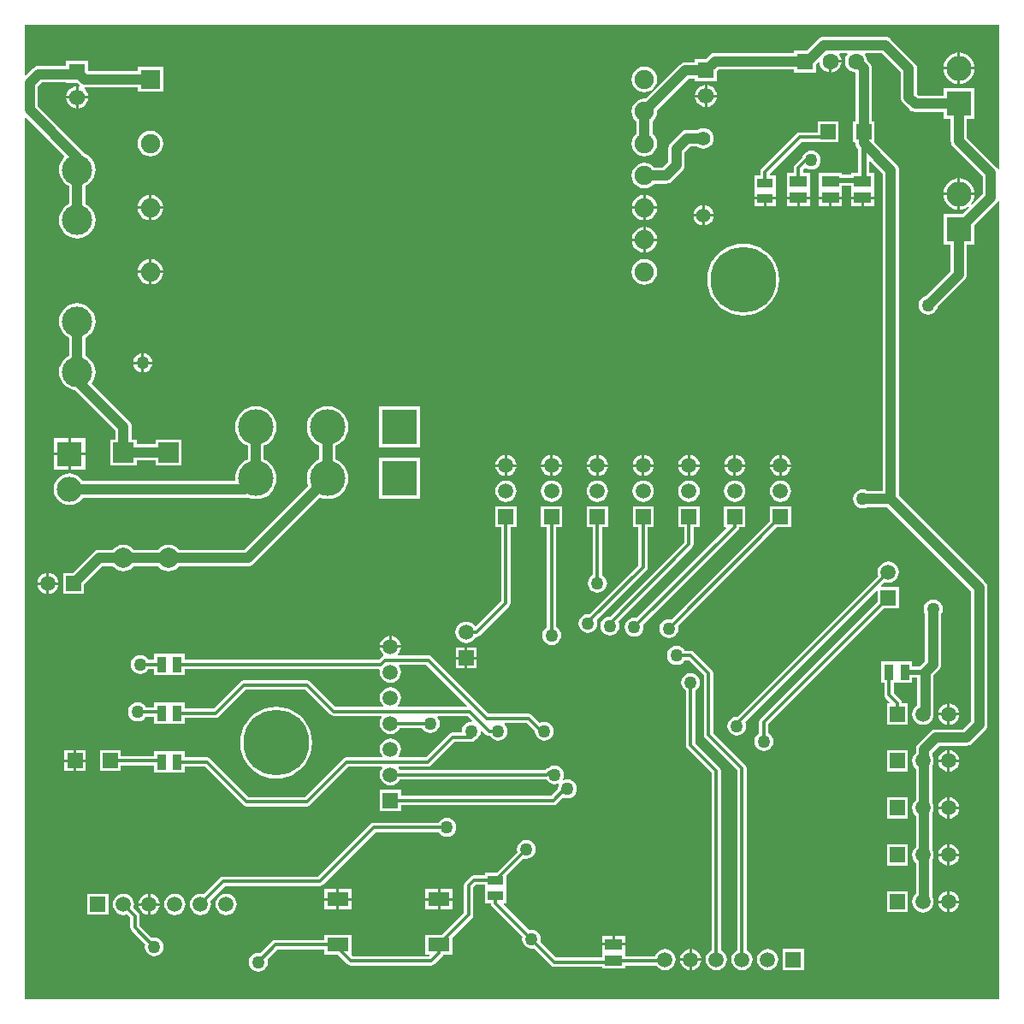
<source format=gtl>
%FSLAX23Y23*%
%MOIN*%
G70*
G01*
G75*
G04 Layer_Physical_Order=1*
G04 Layer_Color=255*
%ADD10R,0.083X0.055*%
%ADD11R,0.061X0.035*%
%ADD12R,0.035X0.061*%
%ADD13R,0.067X0.039*%
%ADD14R,0.059X0.059*%
%ADD15C,0.039*%
%ADD16C,0.012*%
%ADD17C,0.020*%
%ADD18R,0.059X0.059*%
%ADD19C,0.059*%
%ADD20C,0.256*%
%ADD21C,0.118*%
%ADD22C,0.075*%
%ADD23R,0.075X0.075*%
%ADD24C,0.062*%
%ADD25R,0.062X0.062*%
%ADD26R,0.138X0.138*%
%ADD27C,0.138*%
%ADD28R,0.063X0.063*%
%ADD29C,0.063*%
%ADD30C,0.098*%
%ADD31R,0.098X0.098*%
%ADD32C,0.055*%
%ADD33C,0.079*%
%ADD34R,0.079X0.079*%
%ADD35C,0.050*%
G36*
X5868Y6306D02*
X5863Y6305D01*
X5863Y6306D01*
X5857Y6312D01*
X5742Y6428D01*
Y6499D01*
X5771D01*
Y6621D01*
X5649D01*
Y6592D01*
X5553D01*
X5547Y6598D01*
Y6696D01*
X5546Y6704D01*
X5543Y6712D01*
X5537Y6718D01*
X5445Y6810D01*
X5439Y6816D01*
X5431Y6819D01*
X5423Y6820D01*
X5184D01*
X5176Y6819D01*
X5168Y6816D01*
X5161Y6810D01*
X5119Y6768D01*
X5067D01*
Y6757D01*
X4760D01*
X4752Y6756D01*
X4744Y6753D01*
X4738Y6747D01*
X4723Y6733D01*
X4682D01*
Y6722D01*
X4645D01*
X4637Y6721D01*
X4629Y6718D01*
X4623Y6712D01*
X4489Y6579D01*
X4485Y6580D01*
X4472Y6578D01*
X4460Y6573D01*
X4450Y6565D01*
X4442Y6555D01*
X4437Y6543D01*
X4435Y6530D01*
X4437Y6517D01*
X4442Y6505D01*
X4450Y6495D01*
X4453Y6492D01*
Y6443D01*
X4450Y6440D01*
X4442Y6430D01*
X4437Y6418D01*
X4435Y6405D01*
X4437Y6392D01*
X4442Y6380D01*
X4450Y6370D01*
X4460Y6362D01*
X4472Y6357D01*
X4485Y6355D01*
X4498Y6357D01*
X4510Y6362D01*
X4520Y6370D01*
X4528Y6380D01*
X4533Y6392D01*
X4535Y6405D01*
X4533Y6418D01*
X4528Y6430D01*
X4520Y6440D01*
X4517Y6443D01*
Y6492D01*
X4520Y6495D01*
X4528Y6505D01*
X4533Y6517D01*
X4535Y6530D01*
X4534Y6534D01*
X4658Y6658D01*
X4682D01*
Y6647D01*
X4768D01*
Y6688D01*
X4773Y6693D01*
X5067D01*
Y6682D01*
X5153D01*
Y6712D01*
X5162Y6721D01*
X5167Y6720D01*
X5168Y6714D01*
X5172Y6703D01*
X5179Y6694D01*
X5188Y6687D01*
X5199Y6683D01*
X5205Y6682D01*
Y6725D01*
X5210D01*
Y6730D01*
X5253D01*
X5252Y6736D01*
X5248Y6747D01*
X5244Y6752D01*
X5246Y6756D01*
X5274D01*
X5276Y6752D01*
X5272Y6747D01*
X5268Y6736D01*
X5266Y6725D01*
X5268Y6714D01*
X5272Y6703D01*
X5279Y6694D01*
X5288Y6687D01*
X5299Y6683D01*
X5307Y6682D01*
Y6491D01*
X5298D01*
Y6409D01*
X5305D01*
X5307Y6406D01*
X5307Y6406D01*
D01*
X5308Y6398D01*
X5311Y6390D01*
X5316Y6384D01*
X5317Y6383D01*
Y6289D01*
X5290D01*
Y6284D01*
X5255D01*
Y6289D01*
X5165D01*
Y6228D01*
X5165Y6228D01*
X5165D01*
X5165Y6226D01*
Y6226D01*
Y6225D01*
X5165Y6223D01*
X5165Y6223D01*
X5165D01*
Y6198D01*
X5255D01*
Y6223D01*
X5255Y6223D01*
D01*
D01*
X5255Y6225D01*
Y6225D01*
Y6226D01*
X5255Y6226D01*
D01*
X5255Y6228D01*
X5255Y6228D01*
X5255D01*
Y6240D01*
X5290D01*
Y6228D01*
X5290Y6228D01*
X5290D01*
X5290Y6226D01*
Y6226D01*
Y6225D01*
X5290Y6223D01*
X5290Y6223D01*
X5290D01*
Y6198D01*
X5380D01*
Y6223D01*
X5380Y6223D01*
D01*
D01*
X5380Y6225D01*
Y6225D01*
Y6226D01*
X5380Y6226D01*
D01*
X5380Y6228D01*
X5380Y6228D01*
X5380D01*
Y6289D01*
X5361D01*
Y6333D01*
X5366Y6334D01*
X5413Y6287D01*
Y5052D01*
X5354D01*
X5354Y5052D01*
X5345Y5056D01*
X5335Y5057D01*
X5325Y5056D01*
X5316Y5052D01*
X5309Y5046D01*
X5303Y5039D01*
X5299Y5030D01*
X5298Y5020D01*
X5299Y5010D01*
X5303Y5001D01*
X5309Y4994D01*
X5316Y4988D01*
X5325Y4984D01*
X5335Y4983D01*
X5345Y4984D01*
X5354Y4988D01*
X5354Y4988D01*
X5432D01*
X5758Y4662D01*
Y4153D01*
X5727Y4122D01*
X5620D01*
X5612Y4121D01*
X5604Y4118D01*
X5598Y4112D01*
X5553Y4067D01*
X5547Y4061D01*
X5544Y4053D01*
X5543Y4045D01*
Y4030D01*
X5541Y4028D01*
X5534Y4020D01*
X5530Y4009D01*
X5528Y3999D01*
X5530Y3988D01*
X5534Y3978D01*
X5541Y3969D01*
X5543Y3967D01*
Y3847D01*
X5541Y3845D01*
X5534Y3837D01*
X5530Y3827D01*
X5528Y3816D01*
X5530Y3805D01*
X5534Y3795D01*
X5541Y3786D01*
X5543Y3784D01*
Y3664D01*
X5541Y3662D01*
X5534Y3654D01*
X5530Y3644D01*
X5528Y3633D01*
X5530Y3622D01*
X5534Y3612D01*
X5541Y3603D01*
X5543Y3601D01*
Y3482D01*
X5541Y3479D01*
X5534Y3471D01*
X5530Y3461D01*
X5528Y3450D01*
X5530Y3439D01*
X5534Y3429D01*
X5541Y3421D01*
X5549Y3414D01*
X5559Y3410D01*
X5570Y3408D01*
X5581Y3410D01*
X5591Y3414D01*
X5599Y3421D01*
X5606Y3429D01*
X5610Y3439D01*
X5612Y3450D01*
X5610Y3461D01*
X5607Y3469D01*
Y3614D01*
X5610Y3622D01*
X5612Y3633D01*
X5610Y3644D01*
X5607Y3652D01*
Y3797D01*
X5610Y3805D01*
X5612Y3816D01*
X5610Y3827D01*
X5607Y3835D01*
Y3979D01*
X5610Y3988D01*
X5612Y3999D01*
X5610Y4009D01*
X5607Y4018D01*
Y4032D01*
X5633Y4058D01*
X5740D01*
X5748Y4059D01*
X5756Y4062D01*
X5762Y4068D01*
X5812Y4118D01*
X5818Y4124D01*
X5821Y4132D01*
X5822Y4140D01*
Y4675D01*
X5821Y4683D01*
X5818Y4691D01*
X5812Y4697D01*
X5477Y5033D01*
Y6300D01*
X5476Y6308D01*
X5473Y6314D01*
X5473Y6316D01*
X5470Y6319D01*
X5467Y6322D01*
X5380Y6410D01*
Y6491D01*
X5371D01*
Y6696D01*
X5370Y6704D01*
X5366Y6712D01*
X5361Y6719D01*
X5353Y6726D01*
X5352Y6736D01*
X5348Y6747D01*
X5344Y6752D01*
X5346Y6756D01*
X5410D01*
X5483Y6683D01*
Y6585D01*
X5483Y6585D01*
X5483D01*
X5484Y6577D01*
X5487Y6569D01*
X5493Y6563D01*
X5518Y6538D01*
X5524Y6532D01*
X5532Y6529D01*
X5540Y6528D01*
X5649D01*
Y6499D01*
X5678D01*
Y6415D01*
X5679Y6407D01*
X5682Y6399D01*
X5688Y6393D01*
X5803Y6277D01*
Y6208D01*
X5761Y6166D01*
X5758Y6170D01*
X5761Y6174D01*
X5767Y6184D01*
X5770Y6196D01*
X5771Y6203D01*
X5715D01*
Y6147D01*
X5722Y6148D01*
X5733Y6151D01*
X5744Y6157D01*
X5748Y6160D01*
X5752Y6157D01*
X5726Y6131D01*
X5649D01*
Y6009D01*
X5678D01*
Y5908D01*
X5581Y5811D01*
X5580Y5811D01*
X5571Y5807D01*
X5564Y5801D01*
X5558Y5794D01*
X5554Y5785D01*
X5553Y5775D01*
X5554Y5765D01*
X5558Y5756D01*
X5564Y5749D01*
X5571Y5743D01*
X5580Y5739D01*
X5590Y5738D01*
X5600Y5739D01*
X5609Y5743D01*
X5616Y5749D01*
X5622Y5756D01*
X5626Y5765D01*
X5626Y5766D01*
X5732Y5873D01*
X5738Y5879D01*
X5741Y5887D01*
X5742Y5895D01*
Y6009D01*
X5771D01*
Y6086D01*
X5857Y6173D01*
X5863Y6179D01*
X5863Y6180D01*
X5868Y6179D01*
Y3069D01*
X2069D01*
Y6504D01*
X2074Y6506D01*
X2225Y6355D01*
X2225Y6353D01*
X2216Y6342D01*
X2209Y6330D01*
X2205Y6316D01*
X2204Y6302D01*
X2205Y6289D01*
X2209Y6275D01*
X2216Y6263D01*
X2225Y6252D01*
X2235Y6243D01*
X2243Y6239D01*
Y6169D01*
X2235Y6165D01*
X2225Y6156D01*
X2216Y6145D01*
X2209Y6133D01*
X2205Y6119D01*
X2204Y6106D01*
X2205Y6092D01*
X2209Y6078D01*
X2216Y6066D01*
X2225Y6055D01*
X2235Y6046D01*
X2248Y6040D01*
X2261Y6036D01*
X2275Y6034D01*
X2289Y6036D01*
X2302Y6040D01*
X2315Y6046D01*
X2325Y6055D01*
X2334Y6066D01*
X2341Y6078D01*
X2345Y6092D01*
X2346Y6106D01*
X2345Y6119D01*
X2341Y6133D01*
X2334Y6145D01*
X2325Y6156D01*
X2315Y6165D01*
X2307Y6169D01*
Y6239D01*
X2315Y6243D01*
X2325Y6252D01*
X2334Y6263D01*
X2341Y6275D01*
X2345Y6289D01*
X2346Y6302D01*
X2345Y6316D01*
X2341Y6330D01*
X2334Y6342D01*
X2325Y6353D01*
X2315Y6362D01*
X2302Y6368D01*
X2300Y6369D01*
X2297Y6372D01*
X2120Y6550D01*
Y6625D01*
X2138Y6643D01*
X2232D01*
Y6642D01*
X2273D01*
X2283Y6633D01*
X2283Y6632D01*
X2281Y6627D01*
X2280Y6628D01*
Y6590D01*
X2318D01*
X2317Y6596D01*
X2312Y6607D01*
X2306Y6616D01*
X2301Y6619D01*
X2303Y6623D01*
X2305Y6623D01*
X2511D01*
Y6606D01*
X2609D01*
Y6704D01*
X2511D01*
Y6687D01*
X2318D01*
X2318Y6687D01*
Y6728D01*
X2232D01*
Y6707D01*
X2125D01*
X2117Y6706D01*
X2109Y6703D01*
X2103Y6697D01*
X2074Y6669D01*
X2069Y6671D01*
Y6868D01*
X5868D01*
Y6306D01*
D02*
G37*
%LPC*%
G36*
X3831Y4395D02*
X3795D01*
Y4359D01*
X3831D01*
Y4395D01*
D02*
G37*
G36*
X5610Y4627D02*
X5600Y4626D01*
X5591Y4622D01*
X5584Y4616D01*
X5578Y4609D01*
X5574Y4600D01*
X5573Y4590D01*
X5574Y4580D01*
X5578Y4571D01*
X5578Y4571D01*
Y4388D01*
X5558Y4367D01*
X5557Y4367D01*
X5528D01*
Y4387D01*
X5471D01*
X5471Y4387D01*
Y4387D01*
X5469Y4387D01*
X5468D01*
X5467D01*
X5466Y4387D01*
X5466Y4387D01*
Y4387D01*
X5408D01*
Y4303D01*
X5420D01*
Y4257D01*
X5421Y4250D01*
X5425Y4244D01*
X5442Y4227D01*
X5440Y4223D01*
X5429D01*
Y4140D01*
X5511D01*
Y4223D01*
X5488D01*
Y4225D01*
X5487Y4232D01*
X5483Y4238D01*
X5456Y4265D01*
Y4303D01*
X5466D01*
X5466Y4303D01*
Y4303D01*
X5467Y4303D01*
X5468D01*
X5469D01*
X5471Y4303D01*
X5471Y4303D01*
Y4303D01*
X5528D01*
Y4323D01*
X5548D01*
Y4217D01*
X5541Y4211D01*
X5534Y4202D01*
X5530Y4192D01*
X5528Y4182D01*
X5530Y4171D01*
X5534Y4161D01*
X5541Y4152D01*
X5549Y4145D01*
X5559Y4141D01*
X5570Y4140D01*
X5581Y4141D01*
X5591Y4145D01*
X5599Y4152D01*
X5606Y4161D01*
X5610Y4171D01*
X5612Y4182D01*
X5611Y4186D01*
X5612Y4192D01*
Y4332D01*
X5632Y4353D01*
X5638Y4359D01*
X5641Y4367D01*
X5642Y4375D01*
Y4571D01*
X5642Y4571D01*
X5646Y4580D01*
X5647Y4590D01*
X5646Y4600D01*
X5642Y4609D01*
X5636Y4616D01*
X5629Y4622D01*
X5620Y4626D01*
X5610Y4627D01*
D02*
G37*
G36*
X3785Y4395D02*
X3749D01*
Y4359D01*
X3785D01*
Y4395D01*
D02*
G37*
G36*
X5665Y4223D02*
X5659Y4222D01*
X5649Y4218D01*
X5641Y4211D01*
X5634Y4202D01*
X5630Y4192D01*
X5629Y4187D01*
X5665D01*
Y4223D01*
D02*
G37*
G36*
X5675D02*
Y4187D01*
X5711D01*
X5710Y4192D01*
X5706Y4202D01*
X5699Y4211D01*
X5691Y4218D01*
X5681Y4222D01*
X5675Y4223D01*
D02*
G37*
G36*
X3831Y4441D02*
X3795D01*
Y4405D01*
X3831D01*
Y4441D01*
D02*
G37*
G36*
X3490Y4486D02*
X3484Y4485D01*
X3474Y4481D01*
X3466Y4474D01*
X3459Y4466D01*
X3455Y4456D01*
X3454Y4450D01*
X3490D01*
Y4486D01*
D02*
G37*
G36*
X3785Y4441D02*
X3749D01*
Y4405D01*
X3785D01*
Y4441D01*
D02*
G37*
G36*
X3500Y4486D02*
Y4450D01*
X3536D01*
X3535Y4456D01*
X3531Y4466D01*
X3524Y4474D01*
X3516Y4481D01*
X3506Y4485D01*
X3500Y4486D01*
D02*
G37*
G36*
X3536Y4440D02*
X3454D01*
X3455Y4434D01*
X3459Y4424D01*
X3466Y4416D01*
X3468Y4414D01*
X3468Y4409D01*
X3463Y4405D01*
X3451Y4393D01*
X2695D01*
Y4417D01*
X2637D01*
X2637Y4417D01*
Y4417D01*
X2635Y4417D01*
X2634D01*
X2634D01*
X2632Y4417D01*
X2632Y4417D01*
Y4417D01*
X2574D01*
Y4393D01*
X2552D01*
X2552Y4394D01*
X2546Y4401D01*
X2539Y4407D01*
X2530Y4411D01*
X2520Y4412D01*
X2510Y4411D01*
X2501Y4407D01*
X2494Y4401D01*
X2488Y4394D01*
X2484Y4385D01*
X2483Y4375D01*
X2484Y4365D01*
X2488Y4356D01*
X2494Y4349D01*
X2501Y4343D01*
X2510Y4339D01*
X2520Y4338D01*
X2530Y4339D01*
X2539Y4343D01*
X2546Y4349D01*
X2552Y4356D01*
X2552Y4357D01*
X2574D01*
Y4333D01*
X2632D01*
X2632Y4333D01*
Y4333D01*
X2634Y4333D01*
X2634D01*
X2635D01*
X2637Y4333D01*
X2637Y4333D01*
Y4333D01*
X2695D01*
Y4357D01*
X3451D01*
X3454Y4353D01*
X3453Y4345D01*
X3455Y4334D01*
X3459Y4324D01*
X3466Y4316D01*
X3474Y4309D01*
X3484Y4305D01*
X3495Y4303D01*
X3506Y4305D01*
X3516Y4309D01*
X3524Y4316D01*
X3531Y4324D01*
X3535Y4334D01*
X3537Y4345D01*
X3535Y4356D01*
X3531Y4366D01*
X3528Y4370D01*
X3530Y4374D01*
X3635D01*
X3795Y4215D01*
X3793Y4210D01*
X3525D01*
X3524Y4215D01*
X3524Y4216D01*
X3531Y4224D01*
X3535Y4234D01*
X3537Y4245D01*
X3535Y4256D01*
X3531Y4266D01*
X3524Y4274D01*
X3516Y4281D01*
X3506Y4285D01*
X3495Y4287D01*
X3484Y4285D01*
X3474Y4281D01*
X3466Y4274D01*
X3459Y4266D01*
X3455Y4256D01*
X3453Y4245D01*
X3455Y4234D01*
X3459Y4224D01*
X3466Y4216D01*
X3466Y4215D01*
X3465Y4210D01*
X3280D01*
X3183Y4308D01*
X3177Y4312D01*
X3170Y4313D01*
X2925D01*
X2918Y4312D01*
X2912Y4308D01*
X2808Y4203D01*
X2695D01*
Y4227D01*
X2637D01*
X2637Y4227D01*
Y4227D01*
X2635Y4227D01*
X2634D01*
X2634D01*
X2632Y4227D01*
X2632Y4227D01*
Y4227D01*
X2574D01*
Y4208D01*
X2542D01*
X2542Y4209D01*
X2536Y4216D01*
X2529Y4222D01*
X2520Y4226D01*
X2510Y4227D01*
X2500Y4226D01*
X2491Y4222D01*
X2484Y4216D01*
X2478Y4209D01*
X2474Y4200D01*
X2473Y4190D01*
X2474Y4180D01*
X2478Y4171D01*
X2484Y4164D01*
X2491Y4158D01*
X2500Y4154D01*
X2510Y4153D01*
X2520Y4154D01*
X2529Y4158D01*
X2536Y4164D01*
X2542Y4171D01*
X2542Y4172D01*
X2574D01*
Y4143D01*
X2632D01*
X2632Y4143D01*
Y4143D01*
X2634Y4143D01*
X2634D01*
X2635D01*
X2637Y4143D01*
X2637Y4143D01*
Y4143D01*
X2695D01*
Y4167D01*
X2815D01*
X2822Y4168D01*
X2828Y4172D01*
X2932Y4277D01*
X3163D01*
X3260Y4179D01*
X3266Y4176D01*
X3273Y4174D01*
X3460D01*
X3462Y4170D01*
X3459Y4166D01*
X3455Y4156D01*
X3453Y4145D01*
X3455Y4134D01*
X3459Y4124D01*
X3466Y4116D01*
X3474Y4109D01*
X3484Y4105D01*
X3495Y4103D01*
X3506Y4105D01*
X3516Y4109D01*
X3524Y4116D01*
X3531Y4124D01*
X3532Y4127D01*
X3618D01*
X3618Y4126D01*
X3624Y4119D01*
X3631Y4113D01*
X3640Y4109D01*
X3650Y4108D01*
X3660Y4109D01*
X3669Y4113D01*
X3676Y4119D01*
X3682Y4126D01*
X3686Y4135D01*
X3687Y4145D01*
X3686Y4155D01*
X3682Y4164D01*
X3677Y4170D01*
X3680Y4174D01*
X3795D01*
X3813Y4157D01*
X3811Y4152D01*
X3810Y4152D01*
X3800Y4151D01*
X3791Y4147D01*
X3784Y4141D01*
X3778Y4134D01*
X3774Y4125D01*
X3773Y4115D01*
X3773Y4113D01*
X3770Y4109D01*
X3736D01*
X3729Y4108D01*
X3724Y4104D01*
X3633Y4013D01*
X3528D01*
X3526Y4018D01*
X3531Y4024D01*
X3535Y4034D01*
X3537Y4045D01*
X3535Y4056D01*
X3531Y4066D01*
X3524Y4074D01*
X3516Y4081D01*
X3506Y4085D01*
X3495Y4087D01*
X3484Y4085D01*
X3474Y4081D01*
X3466Y4074D01*
X3459Y4066D01*
X3455Y4056D01*
X3453Y4045D01*
X3455Y4034D01*
X3459Y4024D01*
X3464Y4018D01*
X3462Y4013D01*
X3325D01*
X3318Y4012D01*
X3312Y4008D01*
X3163Y3858D01*
X2942D01*
X2793Y4008D01*
X2787Y4012D01*
X2780Y4013D01*
X2695D01*
Y4037D01*
X2637D01*
X2637Y4037D01*
Y4037D01*
X2635Y4037D01*
X2634D01*
X2634D01*
X2632Y4037D01*
X2632Y4037D01*
Y4037D01*
X2574D01*
Y4018D01*
X2445D01*
Y4041D01*
X2363D01*
Y3959D01*
X2445D01*
Y3982D01*
X2574D01*
Y3953D01*
X2632D01*
X2632Y3953D01*
Y3953D01*
X2634Y3953D01*
X2634D01*
X2635D01*
X2637Y3953D01*
X2637Y3953D01*
Y3953D01*
X2695D01*
Y3977D01*
X2773D01*
X2922Y3827D01*
X2928Y3823D01*
X2935Y3822D01*
X3170D01*
X3177Y3823D01*
X3183Y3827D01*
X3332Y3977D01*
X3462D01*
X3464Y3972D01*
X3459Y3966D01*
X3455Y3956D01*
X3453Y3945D01*
X3455Y3934D01*
X3459Y3924D01*
X3466Y3916D01*
X3474Y3909D01*
X3484Y3905D01*
X3495Y3903D01*
X3506Y3905D01*
X3516Y3909D01*
X3524Y3916D01*
X3531Y3924D01*
X3532Y3927D01*
X4103D01*
X4103Y3926D01*
X4109Y3919D01*
X4116Y3913D01*
X4125Y3909D01*
X4135Y3908D01*
X4145Y3909D01*
X4149Y3911D01*
X4152Y3907D01*
X4149Y3900D01*
X4148Y3890D01*
X4148Y3889D01*
X4123Y3863D01*
X3536D01*
Y3886D01*
X3454D01*
Y3804D01*
X3536D01*
Y3827D01*
X4130D01*
X4137Y3828D01*
X4143Y3832D01*
X4168Y3857D01*
X4175Y3854D01*
X4185Y3853D01*
X4195Y3854D01*
X4204Y3858D01*
X4211Y3864D01*
X4217Y3871D01*
X4221Y3880D01*
X4222Y3890D01*
X4221Y3900D01*
X4217Y3909D01*
X4211Y3916D01*
X4204Y3922D01*
X4195Y3926D01*
X4185Y3927D01*
X4175Y3926D01*
X4171Y3924D01*
X4168Y3928D01*
X4171Y3935D01*
X4172Y3945D01*
X4171Y3955D01*
X4167Y3964D01*
X4161Y3971D01*
X4154Y3977D01*
X4145Y3981D01*
X4135Y3982D01*
X4125Y3981D01*
X4116Y3977D01*
X4110Y3972D01*
X4108Y3972D01*
X4102Y3968D01*
X4098Y3963D01*
X3532D01*
X3531Y3966D01*
X3526Y3972D01*
X3528Y3977D01*
X3640D01*
X3647Y3978D01*
X3653Y3982D01*
X3744Y4073D01*
X3810D01*
X3817Y4075D01*
X3823Y4079D01*
X3823Y4079D01*
X3824Y4081D01*
X3829Y4083D01*
X3836Y4089D01*
X3842Y4096D01*
X3846Y4105D01*
X3847Y4115D01*
X3847Y4116D01*
X3852Y4118D01*
X3867Y4102D01*
X3867Y4102D01*
X3867D01*
X3867Y4102D01*
X3867D01*
X3867Y4102D01*
Y4102D01*
Y4102D01*
D01*
D01*
X3867D01*
Y4102D01*
X3873Y4098D01*
X3880Y4097D01*
X3883D01*
X3883Y4096D01*
X3889Y4089D01*
X3896Y4083D01*
X3905Y4079D01*
X3915Y4078D01*
X3925Y4079D01*
X3934Y4083D01*
X3941Y4089D01*
X3947Y4096D01*
X3951Y4105D01*
X3952Y4115D01*
X3951Y4125D01*
X3947Y4134D01*
X3941Y4141D01*
X3940Y4142D01*
X3942Y4147D01*
X4028D01*
X4058Y4116D01*
X4058Y4115D01*
X4059Y4105D01*
X4063Y4096D01*
X4069Y4089D01*
X4076Y4083D01*
X4085Y4079D01*
X4095Y4078D01*
X4105Y4079D01*
X4114Y4083D01*
X4121Y4089D01*
X4127Y4096D01*
X4131Y4105D01*
X4132Y4115D01*
X4131Y4125D01*
X4127Y4134D01*
X4121Y4141D01*
X4114Y4147D01*
X4105Y4151D01*
X4095Y4152D01*
X4085Y4151D01*
X4078Y4148D01*
X4048Y4178D01*
X4042Y4182D01*
X4035Y4183D01*
X3877D01*
X3656Y4405D01*
X3650Y4409D01*
X3643Y4410D01*
X3525D01*
X3524Y4415D01*
X3524Y4416D01*
X3531Y4424D01*
X3535Y4434D01*
X3536Y4440D01*
D02*
G37*
G36*
X2261Y3995D02*
X2225D01*
Y3959D01*
X2261D01*
Y3995D01*
D02*
G37*
G36*
X2307D02*
X2271D01*
Y3959D01*
X2307D01*
Y3995D01*
D02*
G37*
G36*
X5711Y3994D02*
X5675D01*
Y3958D01*
X5681Y3958D01*
X5691Y3963D01*
X5699Y3969D01*
X5706Y3978D01*
X5710Y3988D01*
X5711Y3994D01*
D02*
G37*
G36*
X5511Y4040D02*
X5429D01*
Y3957D01*
X5511D01*
Y4040D01*
D02*
G37*
G36*
X5665Y3994D02*
X5629D01*
X5630Y3988D01*
X5634Y3978D01*
X5641Y3969D01*
X5649Y3963D01*
X5659Y3958D01*
X5665Y3958D01*
Y3994D01*
D02*
G37*
G36*
Y4040D02*
X5659Y4039D01*
X5649Y4035D01*
X5641Y4028D01*
X5634Y4020D01*
X5630Y4009D01*
X5629Y4004D01*
X5665D01*
Y4040D01*
D02*
G37*
G36*
Y4177D02*
X5629D01*
X5630Y4171D01*
X5634Y4161D01*
X5641Y4152D01*
X5649Y4145D01*
X5659Y4141D01*
X5665Y4141D01*
Y4177D01*
D02*
G37*
G36*
X5711D02*
X5675D01*
Y4141D01*
X5681Y4141D01*
X5691Y4145D01*
X5699Y4152D01*
X5706Y4161D01*
X5710Y4171D01*
X5711Y4177D01*
D02*
G37*
G36*
X2307Y4041D02*
X2271D01*
Y4005D01*
X2307D01*
Y4041D01*
D02*
G37*
G36*
X5675Y4040D02*
Y4004D01*
X5711D01*
X5710Y4009D01*
X5706Y4020D01*
X5699Y4028D01*
X5691Y4035D01*
X5681Y4039D01*
X5675Y4040D01*
D02*
G37*
G36*
X2261Y4041D02*
X2225D01*
Y4005D01*
X2261D01*
Y4041D01*
D02*
G37*
G36*
X4165Y4991D02*
X4082D01*
Y4909D01*
X4105D01*
Y4521D01*
X4105Y4520D01*
X4097Y4515D01*
X4091Y4507D01*
X4087Y4498D01*
X4086Y4488D01*
X4087Y4479D01*
X4091Y4470D01*
X4097Y4462D01*
X4105Y4456D01*
X4114Y4452D01*
X4123Y4451D01*
X4133Y4452D01*
X4142Y4456D01*
X4150Y4462D01*
X4155Y4470D01*
X4159Y4479D01*
X4160Y4488D01*
X4159Y4498D01*
X4155Y4507D01*
X4150Y4515D01*
X4142Y4520D01*
X4141Y4521D01*
Y4909D01*
X4165D01*
Y4991D01*
D02*
G37*
G36*
X4480Y5092D02*
X4469Y5090D01*
X4459Y5086D01*
X4451Y5079D01*
X4444Y5071D01*
X4440Y5061D01*
X4438Y5050D01*
X4440Y5039D01*
X4444Y5029D01*
X4451Y5021D01*
X4459Y5014D01*
X4469Y5010D01*
X4480Y5008D01*
X4491Y5010D01*
X4501Y5014D01*
X4509Y5021D01*
X4516Y5029D01*
X4520Y5039D01*
X4522Y5050D01*
X4520Y5061D01*
X4516Y5071D01*
X4509Y5079D01*
X4501Y5086D01*
X4491Y5090D01*
X4480Y5092D01*
D02*
G37*
G36*
X4658D02*
X4648Y5090D01*
X4637Y5086D01*
X4629Y5079D01*
X4622Y5071D01*
X4618Y5061D01*
X4617Y5050D01*
X4618Y5039D01*
X4622Y5029D01*
X4629Y5021D01*
X4637Y5014D01*
X4648Y5010D01*
X4658Y5008D01*
X4669Y5010D01*
X4679Y5014D01*
X4688Y5021D01*
X4694Y5029D01*
X4699Y5039D01*
X4700Y5050D01*
X4699Y5061D01*
X4694Y5071D01*
X4688Y5079D01*
X4679Y5086D01*
X4669Y5090D01*
X4658Y5092D01*
D02*
G37*
G36*
X4302D02*
X4291Y5090D01*
X4281Y5086D01*
X4272Y5079D01*
X4266Y5071D01*
X4261Y5061D01*
X4260Y5050D01*
X4261Y5039D01*
X4266Y5029D01*
X4272Y5021D01*
X4281Y5014D01*
X4291Y5010D01*
X4302Y5008D01*
X4312Y5010D01*
X4323Y5014D01*
X4331Y5021D01*
X4338Y5029D01*
X4342Y5039D01*
X4343Y5050D01*
X4342Y5061D01*
X4338Y5071D01*
X4331Y5079D01*
X4323Y5086D01*
X4312Y5090D01*
X4302Y5092D01*
D02*
G37*
G36*
X3945D02*
X3934Y5090D01*
X3924Y5086D01*
X3916Y5079D01*
X3909Y5071D01*
X3905Y5061D01*
X3903Y5050D01*
X3905Y5039D01*
X3909Y5029D01*
X3916Y5021D01*
X3924Y5014D01*
X3934Y5010D01*
X3945Y5008D01*
X3956Y5010D01*
X3966Y5014D01*
X3974Y5021D01*
X3981Y5029D01*
X3985Y5039D01*
X3987Y5050D01*
X3985Y5061D01*
X3981Y5071D01*
X3974Y5079D01*
X3966Y5086D01*
X3956Y5090D01*
X3945Y5092D01*
D02*
G37*
G36*
X4123D02*
X4113Y5090D01*
X4102Y5086D01*
X4094Y5079D01*
X4087Y5071D01*
X4083Y5061D01*
X4082Y5050D01*
X4083Y5039D01*
X4087Y5029D01*
X4094Y5021D01*
X4102Y5014D01*
X4113Y5010D01*
X4123Y5008D01*
X4134Y5010D01*
X4144Y5014D01*
X4153Y5021D01*
X4159Y5029D01*
X4164Y5039D01*
X4165Y5050D01*
X4164Y5061D01*
X4159Y5071D01*
X4153Y5079D01*
X4144Y5086D01*
X4134Y5090D01*
X4123Y5092D01*
D02*
G37*
G36*
X3610Y5180D02*
X3449D01*
Y5019D01*
X3610D01*
Y5180D01*
D02*
G37*
G36*
X2970Y5381D02*
X2955Y5380D01*
X2939Y5375D01*
X2925Y5368D01*
X2913Y5358D01*
X2903Y5345D01*
X2896Y5331D01*
X2891Y5316D01*
X2889Y5300D01*
X2891Y5285D01*
X2896Y5269D01*
X2903Y5255D01*
X2913Y5243D01*
X2925Y5233D01*
X2939Y5226D01*
Y5174D01*
X2925Y5167D01*
X2913Y5157D01*
X2903Y5145D01*
X2896Y5131D01*
X2891Y5115D01*
X2889Y5100D01*
X2890Y5093D01*
X2887Y5089D01*
X2297D01*
X2296Y5091D01*
X2288Y5101D01*
X2279Y5108D01*
X2268Y5114D01*
X2257Y5117D01*
X2245Y5119D01*
X2233Y5117D01*
X2222Y5114D01*
X2211Y5108D01*
X2202Y5101D01*
X2194Y5091D01*
X2188Y5081D01*
X2185Y5069D01*
X2184Y5057D01*
X2185Y5045D01*
X2188Y5034D01*
X2194Y5023D01*
X2202Y5014D01*
X2211Y5006D01*
X2222Y5001D01*
X2233Y4997D01*
X2245Y4996D01*
X2257Y4997D01*
X2268Y5001D01*
X2279Y5006D01*
X2288Y5014D01*
X2296Y5023D01*
X2297Y5025D01*
X2928D01*
X2936Y5026D01*
X2939Y5025D01*
X2955Y5020D01*
X2970Y5019D01*
X2986Y5020D01*
X3002Y5025D01*
X3016Y5032D01*
X3028Y5042D01*
X3038Y5055D01*
X3045Y5069D01*
X3050Y5084D01*
X3052Y5100D01*
X3050Y5115D01*
X3045Y5131D01*
X3038Y5145D01*
X3028Y5157D01*
X3016Y5167D01*
X3002Y5174D01*
Y5226D01*
X3016Y5233D01*
X3028Y5243D01*
X3038Y5255D01*
X3045Y5269D01*
X3050Y5285D01*
X3052Y5300D01*
X3050Y5316D01*
X3045Y5331D01*
X3038Y5345D01*
X3028Y5358D01*
X3016Y5368D01*
X3002Y5375D01*
X2986Y5380D01*
X2970Y5381D01*
D02*
G37*
G36*
X3250D02*
X3234Y5380D01*
X3219Y5375D01*
X3205Y5368D01*
X3193Y5358D01*
X3183Y5345D01*
X3175Y5331D01*
X3170Y5316D01*
X3169Y5300D01*
X3170Y5285D01*
X3175Y5269D01*
X3183Y5255D01*
X3193Y5243D01*
X3205Y5233D01*
X3218Y5226D01*
Y5174D01*
X3205Y5167D01*
X3193Y5157D01*
X3183Y5145D01*
X3175Y5131D01*
X3170Y5115D01*
X3169Y5100D01*
X3170Y5084D01*
X3175Y5069D01*
X2926Y4821D01*
X2670D01*
X2667Y4826D01*
X2656Y4834D01*
X2643Y4839D01*
X2630Y4841D01*
X2617Y4839D01*
X2604Y4834D01*
X2593Y4826D01*
X2590Y4821D01*
X2495D01*
X2492Y4826D01*
X2481Y4834D01*
X2468Y4839D01*
X2455Y4841D01*
X2442Y4839D01*
X2429Y4834D01*
X2418Y4826D01*
X2415Y4821D01*
X2359D01*
X2351Y4820D01*
X2343Y4817D01*
X2337Y4812D01*
X2256Y4731D01*
X2219D01*
Y4649D01*
X2301D01*
Y4686D01*
X2372Y4757D01*
X2415D01*
X2418Y4753D01*
X2429Y4744D01*
X2442Y4739D01*
X2455Y4737D01*
X2468Y4739D01*
X2481Y4744D01*
X2492Y4753D01*
X2495Y4757D01*
X2590D01*
X2593Y4753D01*
X2604Y4744D01*
X2617Y4739D01*
X2630Y4737D01*
X2643Y4739D01*
X2656Y4744D01*
X2667Y4753D01*
X2670Y4757D01*
X2939D01*
X2948Y4758D01*
X2955Y4762D01*
X2962Y4767D01*
X2962Y4767D01*
X2962Y4767D01*
X3220Y5024D01*
X3234Y5020D01*
X3250Y5019D01*
X3266Y5020D01*
X3281Y5025D01*
X3295Y5032D01*
X3307Y5042D01*
X3317Y5055D01*
X3325Y5069D01*
X3330Y5084D01*
X3331Y5100D01*
X3330Y5115D01*
X3325Y5131D01*
X3317Y5145D01*
X3307Y5157D01*
X3295Y5167D01*
X3282Y5174D01*
Y5226D01*
X3295Y5233D01*
X3307Y5243D01*
X3317Y5255D01*
X3325Y5269D01*
X3330Y5285D01*
X3331Y5300D01*
X3330Y5316D01*
X3325Y5331D01*
X3317Y5345D01*
X3307Y5358D01*
X3295Y5368D01*
X3281Y5375D01*
X3266Y5380D01*
X3250Y5381D01*
D02*
G37*
G36*
X4837Y5092D02*
X4826Y5090D01*
X4816Y5086D01*
X4807Y5079D01*
X4801Y5071D01*
X4796Y5061D01*
X4795Y5050D01*
X4796Y5039D01*
X4801Y5029D01*
X4807Y5021D01*
X4816Y5014D01*
X4826Y5010D01*
X4837Y5008D01*
X4847Y5010D01*
X4858Y5014D01*
X4866Y5021D01*
X4873Y5029D01*
X4877Y5039D01*
X4878Y5050D01*
X4877Y5061D01*
X4873Y5071D01*
X4866Y5079D01*
X4858Y5086D01*
X4847Y5090D01*
X4837Y5092D01*
D02*
G37*
G36*
X5015D02*
X5004Y5090D01*
X4994Y5086D01*
X4986Y5079D01*
X4979Y5071D01*
X4975Y5061D01*
X4973Y5050D01*
X4975Y5039D01*
X4979Y5029D01*
X4986Y5021D01*
X4994Y5014D01*
X5004Y5010D01*
X5015Y5008D01*
X5026Y5010D01*
X5036Y5014D01*
X5044Y5021D01*
X5051Y5029D01*
X5055Y5039D01*
X5057Y5050D01*
X5055Y5061D01*
X5051Y5071D01*
X5044Y5079D01*
X5036Y5086D01*
X5026Y5090D01*
X5015Y5092D01*
D02*
G37*
G36*
X4700Y4991D02*
X4617D01*
Y4909D01*
X4640D01*
Y4851D01*
X4351Y4562D01*
X4350Y4562D01*
X4340Y4561D01*
X4331Y4557D01*
X4324Y4551D01*
X4318Y4544D01*
X4314Y4535D01*
X4313Y4525D01*
X4314Y4515D01*
X4318Y4506D01*
X4324Y4499D01*
X4331Y4493D01*
X4340Y4489D01*
X4350Y4488D01*
X4360Y4489D01*
X4369Y4493D01*
X4376Y4499D01*
X4382Y4506D01*
X4386Y4515D01*
X4387Y4525D01*
X4386Y4535D01*
X4383Y4542D01*
X4671Y4831D01*
X4671Y4831D01*
X4671Y4831D01*
X4675Y4836D01*
X4676Y4843D01*
Y4909D01*
X4700D01*
Y4991D01*
D02*
G37*
G36*
X4521D02*
X4439D01*
Y4909D01*
X4462D01*
Y4762D01*
X4271Y4571D01*
X4265Y4572D01*
X4255Y4571D01*
X4246Y4567D01*
X4239Y4561D01*
X4233Y4554D01*
X4229Y4545D01*
X4228Y4535D01*
X4229Y4525D01*
X4233Y4516D01*
X4239Y4509D01*
X4246Y4503D01*
X4255Y4499D01*
X4265Y4498D01*
X4275Y4499D01*
X4284Y4503D01*
X4291Y4509D01*
X4297Y4516D01*
X4301Y4525D01*
X4302Y4535D01*
X4301Y4545D01*
X4299Y4549D01*
X4493Y4742D01*
X4497Y4748D01*
X4498Y4755D01*
X4498Y4755D01*
X4498Y4755D01*
Y4755D01*
Y4909D01*
X4521D01*
Y4991D01*
D02*
G37*
G36*
X2155Y4685D02*
X2119D01*
X2120Y4679D01*
X2124Y4669D01*
X2131Y4661D01*
X2139Y4654D01*
X2149Y4650D01*
X2155Y4649D01*
Y4685D01*
D02*
G37*
G36*
X4878Y4991D02*
X4795D01*
Y4909D01*
X4802D01*
X4803Y4904D01*
X4455Y4556D01*
X4455Y4556D01*
X4445Y4557D01*
X4435Y4556D01*
X4426Y4552D01*
X4419Y4546D01*
X4413Y4539D01*
X4409Y4530D01*
X4408Y4520D01*
X4409Y4510D01*
X4413Y4501D01*
X4419Y4494D01*
X4426Y4488D01*
X4435Y4484D01*
X4445Y4483D01*
X4455Y4484D01*
X4464Y4488D01*
X4471Y4494D01*
X4477Y4501D01*
X4481Y4510D01*
X4482Y4520D01*
X4481Y4530D01*
X4481Y4530D01*
X4849Y4899D01*
X4853Y4905D01*
X4854Y4909D01*
X4878D01*
Y4991D01*
D02*
G37*
G36*
X3986D02*
X3904D01*
Y4909D01*
X3927D01*
Y4622D01*
X3828Y4524D01*
X3823Y4524D01*
X3819Y4529D01*
X3811Y4536D01*
X3801Y4540D01*
X3790Y4542D01*
X3779Y4540D01*
X3769Y4536D01*
X3761Y4529D01*
X3754Y4521D01*
X3750Y4511D01*
X3748Y4500D01*
X3750Y4489D01*
X3754Y4479D01*
X3761Y4471D01*
X3769Y4464D01*
X3779Y4460D01*
X3790Y4458D01*
X3801Y4460D01*
X3811Y4464D01*
X3819Y4471D01*
X3826Y4479D01*
X3827Y4482D01*
X3830D01*
X3837Y4483D01*
X3843Y4487D01*
X3958Y4602D01*
X3962Y4608D01*
X3963Y4615D01*
X3963Y4615D01*
X3963Y4615D01*
Y4615D01*
Y4909D01*
X3986D01*
Y4991D01*
D02*
G37*
G36*
X5056D02*
X4974D01*
Y4934D01*
X4590Y4551D01*
X4590Y4551D01*
X4580Y4552D01*
X4570Y4551D01*
X4561Y4547D01*
X4554Y4541D01*
X4548Y4534D01*
X4544Y4525D01*
X4543Y4515D01*
X4544Y4505D01*
X4548Y4496D01*
X4554Y4489D01*
X4561Y4483D01*
X4570Y4479D01*
X4580Y4478D01*
X4590Y4479D01*
X4599Y4483D01*
X4606Y4489D01*
X4612Y4496D01*
X4616Y4505D01*
X4617Y4515D01*
X4616Y4525D01*
X4616Y4525D01*
X4999Y4909D01*
X5056D01*
Y4991D01*
D02*
G37*
G36*
X2155Y4731D02*
X2149Y4730D01*
X2139Y4726D01*
X2131Y4719D01*
X2124Y4711D01*
X2120Y4701D01*
X2119Y4695D01*
X2155D01*
Y4731D01*
D02*
G37*
G36*
X2165D02*
Y4695D01*
X2201D01*
X2200Y4701D01*
X2196Y4711D01*
X2189Y4719D01*
X2181Y4726D01*
X2171Y4730D01*
X2165Y4731D01*
D02*
G37*
G36*
X5435Y4777D02*
X5424Y4775D01*
X5414Y4771D01*
X5406Y4764D01*
X5399Y4756D01*
X5395Y4746D01*
X5393Y4735D01*
X5395Y4724D01*
X5396Y4721D01*
X4846Y4172D01*
X4845Y4172D01*
X4835Y4171D01*
X4826Y4167D01*
X4819Y4161D01*
X4813Y4154D01*
X4809Y4145D01*
X4808Y4135D01*
X4809Y4125D01*
X4813Y4116D01*
X4819Y4109D01*
X4826Y4103D01*
X4835Y4099D01*
X4845Y4098D01*
X4855Y4099D01*
X4864Y4103D01*
X4871Y4109D01*
X4877Y4116D01*
X4881Y4125D01*
X4882Y4135D01*
X4881Y4145D01*
X4878Y4152D01*
X5389Y4663D01*
X5394Y4662D01*
Y4619D01*
X4937Y4163D01*
X4933Y4157D01*
X4932Y4150D01*
Y4107D01*
X4931Y4107D01*
X4924Y4101D01*
X4918Y4094D01*
X4914Y4085D01*
X4913Y4075D01*
X4914Y4065D01*
X4918Y4056D01*
X4924Y4049D01*
X4931Y4043D01*
X4940Y4039D01*
X4950Y4038D01*
X4960Y4039D01*
X4969Y4043D01*
X4976Y4049D01*
X4982Y4056D01*
X4986Y4065D01*
X4987Y4075D01*
X4986Y4085D01*
X4982Y4094D01*
X4976Y4101D01*
X4969Y4107D01*
X4968Y4107D01*
Y4143D01*
X5419Y4594D01*
X5476D01*
Y4676D01*
X5408D01*
X5407Y4681D01*
X5421Y4696D01*
X5424Y4695D01*
X5435Y4693D01*
X5446Y4695D01*
X5456Y4699D01*
X5464Y4706D01*
X5471Y4714D01*
X5475Y4724D01*
X5477Y4735D01*
X5475Y4746D01*
X5471Y4756D01*
X5464Y4764D01*
X5456Y4771D01*
X5446Y4775D01*
X5435Y4777D01*
D02*
G37*
G36*
X2201Y4685D02*
X2165D01*
Y4649D01*
X2171Y4650D01*
X2181Y4654D01*
X2189Y4661D01*
X2196Y4669D01*
X2200Y4679D01*
X2201Y4685D01*
D02*
G37*
G36*
X4343Y4991D02*
X4260D01*
Y4909D01*
X4284D01*
Y4724D01*
X4283Y4724D01*
X4275Y4718D01*
X4270Y4710D01*
X4266Y4701D01*
X4265Y4692D01*
X4266Y4682D01*
X4270Y4673D01*
X4275Y4665D01*
X4283Y4660D01*
X4292Y4656D01*
X4302Y4655D01*
X4311Y4656D01*
X4320Y4660D01*
X4328Y4665D01*
X4334Y4673D01*
X4338Y4682D01*
X4339Y4692D01*
X4338Y4701D01*
X4334Y4710D01*
X4328Y4718D01*
X4320Y4724D01*
X4320Y4724D01*
Y4909D01*
X4343D01*
Y4991D01*
D02*
G37*
G36*
X3050Y4210D02*
X3028Y4208D01*
X3007Y4203D01*
X2986Y4195D01*
X2968Y4183D01*
X2951Y4169D01*
X2937Y4152D01*
X2925Y4134D01*
X2917Y4113D01*
X2912Y4092D01*
X2910Y4070D01*
X2912Y4048D01*
X2917Y4027D01*
X2925Y4006D01*
X2937Y3988D01*
X2951Y3971D01*
X2968Y3957D01*
X2986Y3945D01*
X3007Y3937D01*
X3028Y3932D01*
X3050Y3930D01*
X3072Y3932D01*
X3093Y3937D01*
X3114Y3945D01*
X3132Y3957D01*
X3149Y3971D01*
X3163Y3988D01*
X3175Y4006D01*
X3183Y4027D01*
X3188Y4048D01*
X3190Y4070D01*
X3188Y4092D01*
X3183Y4113D01*
X3175Y4134D01*
X3163Y4152D01*
X3149Y4169D01*
X3132Y4183D01*
X3114Y4195D01*
X3093Y4203D01*
X3072Y4208D01*
X3050Y4210D01*
D02*
G37*
G36*
X2550Y3435D02*
X2514D01*
X2515Y3429D01*
X2519Y3419D01*
X2526Y3411D01*
X2534Y3404D01*
X2544Y3400D01*
X2550Y3399D01*
Y3435D01*
D02*
G37*
G36*
X2596D02*
X2560D01*
Y3399D01*
X2566Y3400D01*
X2576Y3404D01*
X2584Y3411D01*
X2591Y3419D01*
X2595Y3429D01*
X2596Y3435D01*
D02*
G37*
G36*
X2396Y3481D02*
X2314D01*
Y3399D01*
X2396D01*
Y3481D01*
D02*
G37*
G36*
X2655Y3482D02*
X2644Y3480D01*
X2634Y3476D01*
X2626Y3469D01*
X2619Y3461D01*
X2615Y3451D01*
X2613Y3440D01*
X2615Y3429D01*
X2619Y3419D01*
X2626Y3411D01*
X2634Y3404D01*
X2644Y3400D01*
X2655Y3398D01*
X2666Y3400D01*
X2676Y3404D01*
X2684Y3411D01*
X2691Y3419D01*
X2695Y3429D01*
X2697Y3440D01*
X2695Y3451D01*
X2691Y3461D01*
X2684Y3469D01*
X2676Y3476D01*
X2666Y3480D01*
X2655Y3482D01*
D02*
G37*
G36*
X2855D02*
X2844Y3480D01*
X2834Y3476D01*
X2826Y3469D01*
X2819Y3461D01*
X2815Y3451D01*
X2813Y3440D01*
X2815Y3429D01*
X2819Y3419D01*
X2826Y3411D01*
X2834Y3404D01*
X2844Y3400D01*
X2855Y3398D01*
X2866Y3400D01*
X2876Y3404D01*
X2884Y3411D01*
X2891Y3419D01*
X2895Y3429D01*
X2897Y3440D01*
X2895Y3451D01*
X2891Y3461D01*
X2884Y3469D01*
X2876Y3476D01*
X2866Y3480D01*
X2855Y3482D01*
D02*
G37*
G36*
X3285Y3455D02*
X3237D01*
Y3421D01*
X3285D01*
Y3455D01*
D02*
G37*
G36*
X3343D02*
X3295D01*
Y3421D01*
X3343D01*
Y3455D01*
D02*
G37*
G36*
X5711Y3445D02*
X5675D01*
Y3409D01*
X5681Y3410D01*
X5691Y3414D01*
X5699Y3421D01*
X5706Y3429D01*
X5710Y3439D01*
X5711Y3445D01*
D02*
G37*
G36*
X5511Y3491D02*
X5429D01*
Y3409D01*
X5511D01*
Y3491D01*
D02*
G37*
G36*
X5665Y3445D02*
X5629D01*
X5630Y3439D01*
X5634Y3429D01*
X5641Y3421D01*
X5649Y3414D01*
X5659Y3410D01*
X5665Y3409D01*
Y3445D01*
D02*
G37*
G36*
X4410Y3316D02*
X4370D01*
Y3290D01*
X4410D01*
Y3316D01*
D02*
G37*
G36*
X5106Y3266D02*
X5024D01*
Y3184D01*
X5106D01*
Y3266D01*
D02*
G37*
G36*
X4660Y3220D02*
X4624D01*
X4625Y3214D01*
X4629Y3204D01*
X4636Y3196D01*
X4644Y3189D01*
X4654Y3185D01*
X4660Y3184D01*
Y3220D01*
D02*
G37*
G36*
X4965Y3267D02*
X4954Y3265D01*
X4944Y3261D01*
X4936Y3254D01*
X4929Y3246D01*
X4925Y3236D01*
X4923Y3225D01*
X4925Y3214D01*
X4929Y3204D01*
X4936Y3196D01*
X4944Y3189D01*
X4954Y3185D01*
X4965Y3183D01*
X4976Y3185D01*
X4986Y3189D01*
X4994Y3196D01*
X5001Y3204D01*
X5005Y3214D01*
X5007Y3225D01*
X5005Y3236D01*
X5001Y3246D01*
X4994Y3254D01*
X4986Y3261D01*
X4976Y3265D01*
X4965Y3267D01*
D02*
G37*
G36*
X4665Y4342D02*
X4655Y4341D01*
X4646Y4337D01*
X4639Y4331D01*
X4633Y4324D01*
X4629Y4315D01*
X4628Y4305D01*
X4629Y4295D01*
X4633Y4286D01*
X4639Y4279D01*
X4646Y4273D01*
X4647Y4273D01*
Y4060D01*
X4647Y4060D01*
X4647D01*
X4648Y4053D01*
X4652Y4047D01*
X4747Y3953D01*
Y3262D01*
X4744Y3261D01*
X4736Y3254D01*
X4729Y3246D01*
X4725Y3236D01*
X4723Y3225D01*
X4725Y3214D01*
X4729Y3204D01*
X4736Y3196D01*
X4744Y3189D01*
X4754Y3185D01*
X4765Y3183D01*
X4776Y3185D01*
X4786Y3189D01*
X4794Y3196D01*
X4801Y3204D01*
X4805Y3214D01*
X4807Y3225D01*
X4805Y3236D01*
X4801Y3246D01*
X4794Y3254D01*
X4786Y3261D01*
X4783Y3262D01*
Y3960D01*
X4782Y3967D01*
X4778Y3973D01*
X4683Y4067D01*
Y4273D01*
X4684Y4273D01*
X4691Y4279D01*
X4697Y4286D01*
X4701Y4295D01*
X4702Y4305D01*
X4701Y4315D01*
X4697Y4324D01*
X4691Y4331D01*
X4684Y4337D01*
X4675Y4341D01*
X4665Y4342D01*
D02*
G37*
G36*
X4610Y4447D02*
X4600Y4446D01*
X4591Y4442D01*
X4584Y4436D01*
X4578Y4429D01*
X4574Y4420D01*
X4573Y4410D01*
X4574Y4400D01*
X4578Y4391D01*
X4584Y4384D01*
X4591Y4378D01*
X4600Y4374D01*
X4610Y4373D01*
X4620Y4374D01*
X4629Y4378D01*
X4636Y4384D01*
X4642Y4391D01*
X4642Y4392D01*
X4658D01*
X4717Y4333D01*
Y4100D01*
X4717Y4100D01*
X4717D01*
X4718Y4093D01*
X4722Y4087D01*
X4847Y3963D01*
Y3262D01*
X4844Y3261D01*
X4836Y3254D01*
X4829Y3246D01*
X4825Y3236D01*
X4823Y3225D01*
X4825Y3214D01*
X4829Y3204D01*
X4836Y3196D01*
X4844Y3189D01*
X4854Y3185D01*
X4865Y3183D01*
X4876Y3185D01*
X4886Y3189D01*
X4894Y3196D01*
X4901Y3204D01*
X4905Y3214D01*
X4907Y3225D01*
X4905Y3236D01*
X4901Y3246D01*
X4894Y3254D01*
X4886Y3261D01*
X4883Y3262D01*
Y3970D01*
X4882Y3977D01*
X4878Y3983D01*
X4753Y4107D01*
Y4340D01*
X4752Y4347D01*
X4748Y4353D01*
X4678Y4423D01*
X4672Y4427D01*
X4665Y4428D01*
X4642D01*
X4642Y4429D01*
X4636Y4436D01*
X4629Y4442D01*
X4620Y4446D01*
X4610Y4447D01*
D02*
G37*
G36*
X2455Y3482D02*
X2444Y3480D01*
X2434Y3476D01*
X2426Y3469D01*
X2419Y3461D01*
X2415Y3451D01*
X2413Y3440D01*
X2415Y3429D01*
X2419Y3419D01*
X2426Y3411D01*
X2434Y3404D01*
X2444Y3400D01*
X2455Y3398D01*
X2466Y3400D01*
X2469Y3401D01*
X2482Y3388D01*
Y3350D01*
X2483Y3343D01*
X2487Y3337D01*
X2539Y3285D01*
X2539Y3285D01*
X2538Y3275D01*
X2539Y3265D01*
X2543Y3256D01*
X2549Y3249D01*
X2556Y3243D01*
X2565Y3239D01*
X2575Y3238D01*
X2585Y3239D01*
X2594Y3243D01*
X2601Y3249D01*
X2607Y3256D01*
X2611Y3265D01*
X2612Y3275D01*
X2611Y3285D01*
X2607Y3294D01*
X2601Y3301D01*
X2594Y3307D01*
X2585Y3311D01*
X2575Y3312D01*
X2565Y3311D01*
X2565Y3311D01*
X2518Y3357D01*
Y3395D01*
X2517Y3402D01*
X2513Y3408D01*
X2494Y3426D01*
X2495Y3429D01*
X2497Y3440D01*
X2495Y3451D01*
X2491Y3461D01*
X2484Y3469D01*
X2476Y3476D01*
X2466Y3480D01*
X2455Y3482D01*
D02*
G37*
G36*
X4360Y3316D02*
X4320D01*
Y3290D01*
X4360D01*
Y3316D01*
D02*
G37*
G36*
X4670Y3266D02*
Y3230D01*
X4706D01*
X4705Y3236D01*
X4701Y3246D01*
X4694Y3254D01*
X4686Y3261D01*
X4676Y3265D01*
X4670Y3266D01*
D02*
G37*
G36*
X4706Y3220D02*
X4670D01*
Y3184D01*
X4676Y3185D01*
X4686Y3189D01*
X4694Y3196D01*
X4701Y3204D01*
X4705Y3214D01*
X4706Y3220D01*
D02*
G37*
G36*
X4660Y3266D02*
X4654Y3265D01*
X4644Y3261D01*
X4636Y3254D01*
X4629Y3246D01*
X4625Y3236D01*
X4624Y3230D01*
X4660D01*
Y3266D01*
D02*
G37*
G36*
X3679Y3455D02*
X3631D01*
Y3421D01*
X3679D01*
Y3455D01*
D02*
G37*
G36*
X5675Y3674D02*
Y3638D01*
X5711D01*
X5710Y3644D01*
X5706Y3654D01*
X5699Y3662D01*
X5691Y3669D01*
X5681Y3673D01*
X5675Y3674D01*
D02*
G37*
G36*
X3715Y3777D02*
X3705Y3776D01*
X3696Y3772D01*
X3689Y3766D01*
X3683Y3759D01*
X3683Y3758D01*
X3430D01*
X3423Y3757D01*
X3417Y3753D01*
X3213Y3548D01*
X2845D01*
X2838Y3547D01*
X2832Y3543D01*
X2769Y3479D01*
X2766Y3480D01*
X2755Y3482D01*
X2744Y3480D01*
X2734Y3476D01*
X2726Y3469D01*
X2719Y3461D01*
X2715Y3451D01*
X2713Y3440D01*
X2715Y3429D01*
X2719Y3419D01*
X2726Y3411D01*
X2734Y3404D01*
X2744Y3400D01*
X2755Y3398D01*
X2766Y3400D01*
X2776Y3404D01*
X2784Y3411D01*
X2791Y3419D01*
X2795Y3429D01*
X2797Y3440D01*
X2795Y3451D01*
X2794Y3454D01*
X2852Y3512D01*
X3220D01*
X3227Y3513D01*
X3233Y3517D01*
X3437Y3722D01*
X3683D01*
X3683Y3721D01*
X3689Y3714D01*
X3696Y3708D01*
X3705Y3704D01*
X3715Y3703D01*
X3725Y3704D01*
X3734Y3708D01*
X3741Y3714D01*
X3747Y3721D01*
X3751Y3730D01*
X3752Y3740D01*
X3751Y3750D01*
X3747Y3759D01*
X3741Y3766D01*
X3734Y3772D01*
X3725Y3776D01*
X3715Y3777D01*
D02*
G37*
G36*
X5665Y3674D02*
X5659Y3673D01*
X5649Y3669D01*
X5641Y3662D01*
X5634Y3654D01*
X5630Y3644D01*
X5629Y3638D01*
X5665D01*
Y3674D01*
D02*
G37*
G36*
X5711Y3628D02*
X5675D01*
Y3592D01*
X5681Y3593D01*
X5691Y3597D01*
X5699Y3603D01*
X5706Y3612D01*
X5710Y3622D01*
X5711Y3628D01*
D02*
G37*
G36*
X4025Y3692D02*
X4015Y3691D01*
X4006Y3687D01*
X3999Y3681D01*
X3993Y3674D01*
X3989Y3665D01*
X3988Y3655D01*
X3989Y3645D01*
X3989Y3645D01*
X3909Y3565D01*
X3863D01*
Y3553D01*
X3820D01*
X3813Y3552D01*
X3807Y3548D01*
X3787Y3528D01*
X3783Y3522D01*
X3782Y3515D01*
Y3407D01*
X3698Y3322D01*
X3631D01*
Y3243D01*
X3646D01*
X3647Y3242D01*
X3644Y3238D01*
X3347D01*
X3343Y3243D01*
X3343Y3243D01*
X3343D01*
X3343Y3243D01*
Y3322D01*
X3237D01*
Y3301D01*
X3048D01*
X3041Y3300D01*
X3035Y3296D01*
X2990Y3251D01*
X2990Y3251D01*
X2980Y3252D01*
X2970Y3251D01*
X2961Y3247D01*
X2954Y3241D01*
X2948Y3234D01*
X2944Y3225D01*
X2943Y3215D01*
X2944Y3205D01*
X2948Y3196D01*
X2954Y3189D01*
X2961Y3183D01*
X2970Y3179D01*
X2980Y3178D01*
X2990Y3179D01*
X2999Y3183D01*
X3006Y3189D01*
X3012Y3196D01*
X3016Y3205D01*
X3017Y3215D01*
X3016Y3225D01*
X3016Y3225D01*
X3055Y3265D01*
X3237D01*
Y3243D01*
X3291D01*
X3327Y3207D01*
X3333Y3203D01*
X3340Y3202D01*
X3655D01*
X3662Y3203D01*
X3668Y3207D01*
X3696Y3236D01*
X3700Y3242D01*
X3701Y3243D01*
X3737D01*
Y3310D01*
X3813Y3386D01*
X3817Y3392D01*
X3818Y3399D01*
Y3508D01*
X3827Y3517D01*
X3863D01*
Y3507D01*
X3863Y3507D01*
X3863D01*
X3863Y3505D01*
Y3504D01*
Y3504D01*
X3863Y3502D01*
X3863Y3502D01*
X3863D01*
Y3444D01*
X3887D01*
X3888Y3438D01*
X3892Y3432D01*
X4009Y3315D01*
X4009Y3315D01*
X4008Y3305D01*
X4009Y3295D01*
X4013Y3286D01*
X4019Y3279D01*
X4026Y3273D01*
X4035Y3269D01*
X4045Y3268D01*
X4055Y3269D01*
X4055Y3269D01*
X4122Y3202D01*
X4128Y3198D01*
X4135Y3197D01*
X4320D01*
Y3189D01*
X4410D01*
Y3202D01*
X4531D01*
X4536Y3196D01*
X4544Y3189D01*
X4554Y3185D01*
X4565Y3183D01*
X4576Y3185D01*
X4586Y3189D01*
X4594Y3196D01*
X4601Y3204D01*
X4605Y3214D01*
X4607Y3225D01*
X4605Y3236D01*
X4601Y3246D01*
X4594Y3254D01*
X4586Y3261D01*
X4576Y3265D01*
X4565Y3267D01*
X4554Y3265D01*
X4544Y3261D01*
X4536Y3254D01*
X4529Y3246D01*
X4526Y3238D01*
X4410D01*
Y3250D01*
X4410Y3250D01*
D01*
D01*
X4410Y3252D01*
Y3252D01*
Y3253D01*
X4410Y3254D01*
D01*
X4410Y3255D01*
X4410Y3255D01*
X4410D01*
Y3280D01*
X4320D01*
Y3255D01*
X4320Y3255D01*
X4320D01*
X4320Y3254D01*
Y3253D01*
Y3252D01*
X4320Y3250D01*
X4320Y3250D01*
X4320D01*
Y3233D01*
X4142D01*
X4081Y3295D01*
X4081Y3295D01*
X4082Y3305D01*
X4081Y3315D01*
X4077Y3324D01*
X4071Y3331D01*
X4064Y3337D01*
X4055Y3341D01*
X4045Y3342D01*
X4035Y3341D01*
X4035Y3341D01*
X3936Y3440D01*
X3938Y3444D01*
X3947D01*
Y3502D01*
X3947Y3502D01*
D01*
D01*
X3947Y3504D01*
Y3504D01*
Y3504D01*
X3947Y3505D01*
D01*
X3947Y3507D01*
X3947Y3507D01*
X3947D01*
Y3552D01*
X4015Y3619D01*
X4015Y3619D01*
X4025Y3618D01*
X4035Y3619D01*
X4044Y3623D01*
X4051Y3629D01*
X4057Y3636D01*
X4061Y3645D01*
X4062Y3655D01*
X4061Y3665D01*
X4057Y3674D01*
X4051Y3681D01*
X4044Y3687D01*
X4035Y3691D01*
X4025Y3692D01*
D02*
G37*
G36*
X5665Y3857D02*
X5659Y3856D01*
X5649Y3852D01*
X5641Y3845D01*
X5634Y3837D01*
X5630Y3827D01*
X5629Y3821D01*
X5665D01*
Y3857D01*
D02*
G37*
G36*
X5675D02*
Y3821D01*
X5711D01*
X5710Y3827D01*
X5706Y3837D01*
X5699Y3845D01*
X5691Y3852D01*
X5681Y3856D01*
X5675Y3857D01*
D02*
G37*
G36*
X5711Y3811D02*
X5675D01*
Y3775D01*
X5681Y3775D01*
X5691Y3780D01*
X5699Y3786D01*
X5706Y3795D01*
X5710Y3805D01*
X5711Y3811D01*
D02*
G37*
G36*
X5511Y3857D02*
X5429D01*
Y3774D01*
X5511D01*
Y3857D01*
D02*
G37*
G36*
X5665Y3811D02*
X5629D01*
X5630Y3805D01*
X5634Y3795D01*
X5641Y3786D01*
X5649Y3780D01*
X5659Y3775D01*
X5665Y3775D01*
Y3811D01*
D02*
G37*
G36*
Y3628D02*
X5629D01*
X5630Y3622D01*
X5634Y3612D01*
X5641Y3603D01*
X5649Y3597D01*
X5659Y3593D01*
X5665Y3592D01*
Y3628D01*
D02*
G37*
G36*
Y3491D02*
X5659Y3490D01*
X5649Y3486D01*
X5641Y3479D01*
X5634Y3471D01*
X5630Y3461D01*
X5629Y3455D01*
X5665D01*
Y3491D01*
D02*
G37*
G36*
X5675D02*
Y3455D01*
X5711D01*
X5710Y3461D01*
X5706Y3471D01*
X5699Y3479D01*
X5691Y3486D01*
X5681Y3490D01*
X5675Y3491D01*
D02*
G37*
G36*
X2560Y3481D02*
Y3445D01*
X2596D01*
X2595Y3451D01*
X2591Y3461D01*
X2584Y3469D01*
X2576Y3476D01*
X2566Y3480D01*
X2560Y3481D01*
D02*
G37*
G36*
X3737Y3455D02*
X3689D01*
Y3421D01*
X3737D01*
Y3455D01*
D02*
G37*
G36*
X2550Y3481D02*
X2544Y3480D01*
X2534Y3476D01*
X2526Y3469D01*
X2519Y3461D01*
X2515Y3451D01*
X2514Y3445D01*
X2550D01*
Y3481D01*
D02*
G37*
G36*
X3737Y3499D02*
X3689D01*
Y3465D01*
X3737D01*
Y3499D01*
D02*
G37*
G36*
X5511Y3674D02*
X5429D01*
Y3592D01*
X5511D01*
Y3674D01*
D02*
G37*
G36*
X3679Y3499D02*
X3631D01*
Y3465D01*
X3679D01*
Y3499D01*
D02*
G37*
G36*
X3285D02*
X3237D01*
Y3465D01*
X3285D01*
Y3499D01*
D02*
G37*
G36*
X3343D02*
X3295D01*
Y3465D01*
X3343D01*
Y3499D01*
D02*
G37*
G36*
X3940Y5145D02*
X3904D01*
X3905Y5139D01*
X3909Y5129D01*
X3916Y5121D01*
X3924Y5114D01*
X3934Y5110D01*
X3940Y5109D01*
Y5145D01*
D02*
G37*
G36*
X4480Y6204D02*
X4472Y6203D01*
X4460Y6198D01*
X4450Y6190D01*
X4442Y6180D01*
X4437Y6168D01*
X4436Y6160D01*
X4480D01*
Y6204D01*
D02*
G37*
G36*
X4490D02*
Y6160D01*
X4534D01*
X4533Y6168D01*
X4528Y6180D01*
X4520Y6190D01*
X4510Y6198D01*
X4498Y6203D01*
X4490Y6204D01*
D02*
G37*
G36*
X2565D02*
Y6160D01*
X2609D01*
X2608Y6168D01*
X2603Y6180D01*
X2595Y6190D01*
X2585Y6198D01*
X2573Y6203D01*
X2565Y6204D01*
D02*
G37*
G36*
X5705Y6203D02*
X5649D01*
X5650Y6196D01*
X5653Y6184D01*
X5659Y6174D01*
X5667Y6164D01*
X5676Y6157D01*
X5687Y6151D01*
X5698Y6148D01*
X5705Y6147D01*
Y6203D01*
D02*
G37*
G36*
X2555Y6204D02*
X2547Y6203D01*
X2535Y6198D01*
X2525Y6190D01*
X2517Y6180D01*
X2512Y6168D01*
X2511Y6160D01*
X2555D01*
Y6204D01*
D02*
G37*
G36*
X5130Y6188D02*
X5090D01*
Y6162D01*
X5130D01*
Y6188D01*
D02*
G37*
G36*
X5205D02*
X5165D01*
Y6162D01*
X5205D01*
Y6188D01*
D02*
G37*
G36*
X5080D02*
X5039D01*
Y6162D01*
X5080D01*
Y6188D01*
D02*
G37*
G36*
X4950Y6186D02*
X4913D01*
Y6162D01*
X4950D01*
Y6186D01*
D02*
G37*
G36*
X4997D02*
X4960D01*
Y6162D01*
X4997D01*
Y6186D01*
D02*
G37*
G36*
X4720Y6164D02*
Y6130D01*
X4754D01*
X4753Y6135D01*
X4749Y6145D01*
X4743Y6153D01*
X4735Y6159D01*
X4725Y6163D01*
X4720Y6164D01*
D02*
G37*
G36*
X4710Y6120D02*
X4676D01*
X4677Y6115D01*
X4681Y6105D01*
X4687Y6097D01*
X4695Y6091D01*
X4705Y6087D01*
X4710Y6086D01*
Y6120D01*
D02*
G37*
G36*
X4754D02*
X4720D01*
Y6086D01*
X4725Y6087D01*
X4735Y6091D01*
X4743Y6097D01*
X4749Y6105D01*
X4753Y6115D01*
X4754Y6120D01*
D02*
G37*
G36*
X4490Y6079D02*
Y6035D01*
X4534D01*
X4533Y6043D01*
X4528Y6055D01*
X4520Y6065D01*
X4510Y6073D01*
X4498Y6078D01*
X4490Y6079D01*
D02*
G37*
G36*
X4534Y6025D02*
X4490D01*
Y5981D01*
X4498Y5982D01*
X4510Y5987D01*
X4520Y5995D01*
X4528Y6005D01*
X4533Y6017D01*
X4534Y6025D01*
D02*
G37*
G36*
X4480Y6079D02*
X4472Y6078D01*
X4460Y6073D01*
X4450Y6065D01*
X4442Y6055D01*
X4437Y6043D01*
X4436Y6035D01*
X4480D01*
Y6079D01*
D02*
G37*
G36*
X4534Y6150D02*
X4490D01*
Y6106D01*
X4498Y6107D01*
X4510Y6112D01*
X4520Y6120D01*
X4528Y6130D01*
X4533Y6142D01*
X4534Y6150D01*
D02*
G37*
G36*
X4710Y6164D02*
X4705Y6163D01*
X4695Y6159D01*
X4687Y6153D01*
X4681Y6145D01*
X4677Y6135D01*
X4676Y6130D01*
X4710D01*
Y6164D01*
D02*
G37*
G36*
X4480Y6150D02*
X4436D01*
X4437Y6142D01*
X4442Y6130D01*
X4450Y6120D01*
X4460Y6112D01*
X4472Y6107D01*
X4480Y6106D01*
Y6150D01*
D02*
G37*
G36*
X2555D02*
X2511D01*
X2512Y6142D01*
X2517Y6130D01*
X2525Y6120D01*
X2535Y6112D01*
X2547Y6107D01*
X2555Y6106D01*
Y6150D01*
D02*
G37*
G36*
X2609D02*
X2565D01*
Y6106D01*
X2573Y6107D01*
X2585Y6112D01*
X2595Y6120D01*
X2603Y6130D01*
X2608Y6142D01*
X2609Y6150D01*
D02*
G37*
G36*
X5255Y6188D02*
X5215D01*
Y6162D01*
X5255D01*
Y6188D01*
D02*
G37*
G36*
X4730Y6633D02*
Y6595D01*
X4768D01*
X4767Y6601D01*
X4762Y6612D01*
X4756Y6621D01*
X4747Y6627D01*
X4736Y6632D01*
X4730Y6633D01*
D02*
G37*
G36*
X4485Y6705D02*
X4472Y6703D01*
X4460Y6698D01*
X4450Y6690D01*
X4442Y6680D01*
X4437Y6668D01*
X4435Y6655D01*
X4437Y6642D01*
X4442Y6630D01*
X4450Y6620D01*
X4460Y6612D01*
X4472Y6607D01*
X4485Y6605D01*
X4498Y6607D01*
X4510Y6612D01*
X4520Y6620D01*
X4528Y6630D01*
X4533Y6642D01*
X4535Y6655D01*
X4533Y6668D01*
X4528Y6680D01*
X4520Y6690D01*
X4510Y6698D01*
X4498Y6703D01*
X4485Y6705D01*
D02*
G37*
G36*
X4720Y6633D02*
X4714Y6632D01*
X4703Y6627D01*
X4694Y6621D01*
X4688Y6612D01*
X4683Y6601D01*
X4682Y6595D01*
X4720D01*
Y6633D01*
D02*
G37*
G36*
X4768Y6585D02*
X4730D01*
Y6547D01*
X4736Y6548D01*
X4747Y6553D01*
X4756Y6559D01*
X4762Y6568D01*
X4767Y6579D01*
X4768Y6585D01*
D02*
G37*
G36*
X2270Y6628D02*
X2264Y6627D01*
X2253Y6622D01*
X2244Y6616D01*
X2238Y6607D01*
X2233Y6596D01*
X2232Y6590D01*
X2270D01*
Y6628D01*
D02*
G37*
G36*
X5705Y6759D02*
X5698Y6758D01*
X5687Y6754D01*
X5676Y6749D01*
X5667Y6741D01*
X5659Y6732D01*
X5653Y6721D01*
X5650Y6710D01*
X5649Y6703D01*
X5705D01*
Y6759D01*
D02*
G37*
G36*
X5715D02*
Y6703D01*
X5771D01*
X5770Y6710D01*
X5767Y6721D01*
X5761Y6732D01*
X5753Y6741D01*
X5744Y6749D01*
X5733Y6754D01*
X5722Y6758D01*
X5715Y6759D01*
D02*
G37*
G36*
X5253Y6720D02*
X5215D01*
Y6682D01*
X5221Y6683D01*
X5232Y6687D01*
X5241Y6694D01*
X5248Y6703D01*
X5252Y6714D01*
X5253Y6720D01*
D02*
G37*
G36*
X5705Y6693D02*
X5649D01*
X5650Y6686D01*
X5653Y6674D01*
X5659Y6664D01*
X5667Y6654D01*
X5676Y6647D01*
X5687Y6641D01*
X5698Y6638D01*
X5705Y6637D01*
Y6693D01*
D02*
G37*
G36*
X5771D02*
X5715D01*
Y6637D01*
X5722Y6638D01*
X5733Y6641D01*
X5744Y6647D01*
X5753Y6654D01*
X5761Y6664D01*
X5767Y6674D01*
X5770Y6686D01*
X5771Y6693D01*
D02*
G37*
G36*
X4720Y6585D02*
X4682D01*
X4683Y6579D01*
X4688Y6568D01*
X4694Y6559D01*
X4703Y6553D01*
X4714Y6548D01*
X4720Y6547D01*
Y6585D01*
D02*
G37*
G36*
X5715Y6269D02*
Y6213D01*
X5771D01*
X5770Y6220D01*
X5767Y6231D01*
X5761Y6242D01*
X5753Y6251D01*
X5744Y6259D01*
X5733Y6264D01*
X5722Y6268D01*
X5715Y6269D01*
D02*
G37*
G36*
X5135Y6377D02*
X5125Y6376D01*
X5116Y6372D01*
X5109Y6366D01*
X5103Y6359D01*
X5099Y6350D01*
X5072Y6322D01*
X5068Y6317D01*
X5067Y6310D01*
Y6289D01*
X5039D01*
Y6228D01*
X5039Y6228D01*
X5039D01*
X5039Y6226D01*
Y6226D01*
Y6225D01*
X5039Y6223D01*
X5039Y6223D01*
X5039D01*
Y6198D01*
X5130D01*
Y6223D01*
X5130Y6223D01*
D01*
D01*
X5130Y6225D01*
Y6225D01*
Y6226D01*
X5130Y6226D01*
D01*
X5130Y6228D01*
X5130Y6228D01*
X5130D01*
Y6289D01*
X5103D01*
Y6302D01*
X5112Y6311D01*
X5116Y6308D01*
X5125Y6304D01*
X5135Y6303D01*
X5145Y6304D01*
X5154Y6308D01*
X5161Y6314D01*
X5167Y6321D01*
X5171Y6330D01*
X5172Y6340D01*
X5171Y6350D01*
X5167Y6359D01*
X5161Y6366D01*
X5154Y6372D01*
X5145Y6376D01*
X5135Y6377D01*
D02*
G37*
G36*
X5705Y6269D02*
X5698Y6268D01*
X5687Y6264D01*
X5676Y6259D01*
X5667Y6251D01*
X5659Y6242D01*
X5653Y6231D01*
X5650Y6220D01*
X5649Y6213D01*
X5705D01*
Y6269D01*
D02*
G37*
G36*
X5330Y6188D02*
X5290D01*
Y6162D01*
X5330D01*
Y6188D01*
D02*
G37*
G36*
X5380D02*
X5340D01*
Y6162D01*
X5380D01*
Y6188D01*
D02*
G37*
G36*
X2270Y6580D02*
X2232D01*
X2233Y6574D01*
X2238Y6563D01*
X2244Y6554D01*
X2253Y6548D01*
X2264Y6543D01*
X2270Y6542D01*
Y6580D01*
D02*
G37*
G36*
X2318D02*
X2280D01*
Y6542D01*
X2286Y6543D01*
X2297Y6548D01*
X2306Y6554D01*
X2312Y6563D01*
X2317Y6574D01*
X2318Y6580D01*
D02*
G37*
G36*
X5242Y6491D02*
X5160D01*
Y6448D01*
X5090D01*
X5083Y6447D01*
X5077Y6443D01*
X4942Y6308D01*
X4938Y6302D01*
X4937Y6295D01*
Y6282D01*
X4913D01*
Y6224D01*
X4913Y6224D01*
X4913D01*
X4913Y6223D01*
Y6222D01*
Y6221D01*
X4913Y6219D01*
X4913Y6219D01*
X4913D01*
Y6196D01*
X4997D01*
Y6219D01*
X4997Y6219D01*
D01*
D01*
X4997Y6221D01*
Y6221D01*
Y6222D01*
X4997Y6223D01*
D01*
X4997Y6224D01*
X4997Y6224D01*
X4997D01*
Y6282D01*
X4973D01*
Y6288D01*
X5097Y6412D01*
X5160D01*
Y6409D01*
X5242D01*
Y6491D01*
D02*
G37*
G36*
X2560Y6455D02*
X2547Y6453D01*
X2535Y6448D01*
X2525Y6440D01*
X2517Y6430D01*
X2512Y6418D01*
X2510Y6405D01*
X2512Y6392D01*
X2517Y6380D01*
X2525Y6370D01*
X2535Y6362D01*
X2547Y6357D01*
X2560Y6355D01*
X2573Y6357D01*
X2585Y6362D01*
X2595Y6370D01*
X2603Y6380D01*
X2608Y6392D01*
X2610Y6405D01*
X2608Y6418D01*
X2603Y6430D01*
X2595Y6440D01*
X2585Y6448D01*
X2573Y6453D01*
X2560Y6455D01*
D02*
G37*
G36*
X4715Y6465D02*
X4705Y6463D01*
X4695Y6459D01*
X4692Y6457D01*
X4650D01*
X4642Y6456D01*
X4634Y6453D01*
X4628Y6447D01*
X4588Y6407D01*
X4582Y6401D01*
X4579Y6393D01*
X4578Y6385D01*
Y6333D01*
X4557Y6312D01*
X4523D01*
X4520Y6315D01*
X4510Y6323D01*
X4498Y6328D01*
X4485Y6330D01*
X4472Y6328D01*
X4460Y6323D01*
X4450Y6315D01*
X4442Y6305D01*
X4437Y6293D01*
X4435Y6280D01*
X4437Y6267D01*
X4442Y6255D01*
X4450Y6245D01*
X4460Y6237D01*
X4472Y6232D01*
X4485Y6230D01*
X4498Y6232D01*
X4510Y6237D01*
X4520Y6245D01*
X4523Y6248D01*
X4570D01*
X4578Y6249D01*
X4586Y6252D01*
X4592Y6258D01*
X4632Y6298D01*
X4638Y6304D01*
X4641Y6312D01*
X4641Y6312D01*
X4641Y6312D01*
Y6312D01*
X4642Y6320D01*
Y6372D01*
X4663Y6393D01*
X4692D01*
X4695Y6391D01*
X4705Y6387D01*
X4715Y6385D01*
X4725Y6387D01*
X4735Y6391D01*
X4743Y6397D01*
X4749Y6405D01*
X4753Y6415D01*
X4755Y6425D01*
X4753Y6435D01*
X4749Y6445D01*
X4743Y6453D01*
X4735Y6459D01*
X4725Y6463D01*
X4715Y6465D01*
D02*
G37*
G36*
X4480Y6025D02*
X4436D01*
X4437Y6017D01*
X4442Y6005D01*
X4450Y5995D01*
X4460Y5987D01*
X4472Y5982D01*
X4480Y5981D01*
Y6025D01*
D02*
G37*
G36*
X2306Y5190D02*
X2250D01*
Y5134D01*
X2306D01*
Y5190D01*
D02*
G37*
G36*
X2275Y5783D02*
X2261Y5782D01*
X2248Y5778D01*
X2235Y5771D01*
X2225Y5762D01*
X2216Y5751D01*
X2209Y5739D01*
X2205Y5726D01*
X2204Y5712D01*
X2205Y5698D01*
X2209Y5685D01*
X2216Y5672D01*
X2225Y5661D01*
X2235Y5653D01*
X2243Y5648D01*
Y5578D01*
X2235Y5574D01*
X2225Y5565D01*
X2216Y5555D01*
X2209Y5542D01*
X2205Y5529D01*
X2204Y5515D01*
X2205Y5501D01*
X2209Y5488D01*
X2216Y5475D01*
X2225Y5465D01*
X2235Y5456D01*
X2248Y5449D01*
X2261Y5445D01*
X2265Y5445D01*
X2423Y5287D01*
Y5252D01*
X2404D01*
Y5150D01*
X2506D01*
Y5169D01*
X2579D01*
Y5150D01*
X2681D01*
Y5252D01*
X2579D01*
Y5233D01*
X2506D01*
Y5252D01*
X2487D01*
Y5300D01*
X2486Y5308D01*
X2483Y5316D01*
X2477Y5322D01*
X2330Y5470D01*
X2334Y5475D01*
X2341Y5488D01*
X2345Y5501D01*
X2346Y5515D01*
X2345Y5529D01*
X2341Y5542D01*
X2334Y5555D01*
X2325Y5565D01*
X2315Y5574D01*
X2307Y5578D01*
Y5648D01*
X2315Y5653D01*
X2325Y5661D01*
X2334Y5672D01*
X2341Y5685D01*
X2345Y5698D01*
X2346Y5712D01*
X2345Y5726D01*
X2341Y5739D01*
X2334Y5751D01*
X2325Y5762D01*
X2315Y5771D01*
X2302Y5778D01*
X2289Y5782D01*
X2275Y5783D01*
D02*
G37*
G36*
X2240Y5190D02*
X2184D01*
Y5134D01*
X2240D01*
Y5190D01*
D02*
G37*
G36*
X5010Y5145D02*
X4974D01*
X4975Y5139D01*
X4979Y5129D01*
X4986Y5121D01*
X4994Y5114D01*
X5004Y5110D01*
X5010Y5109D01*
Y5145D01*
D02*
G37*
G36*
X5056D02*
X5020D01*
Y5109D01*
X5026Y5110D01*
X5036Y5114D01*
X5044Y5121D01*
X5051Y5129D01*
X5055Y5139D01*
X5056Y5145D01*
D02*
G37*
G36*
X4128Y5191D02*
Y5155D01*
X4164D01*
X4164Y5161D01*
X4159Y5171D01*
X4153Y5179D01*
X4144Y5186D01*
X4134Y5190D01*
X4128Y5191D01*
D02*
G37*
G36*
X4297D02*
X4291Y5190D01*
X4281Y5186D01*
X4272Y5179D01*
X4266Y5171D01*
X4261Y5161D01*
X4261Y5155D01*
X4297D01*
Y5191D01*
D02*
G37*
G36*
X4118D02*
X4113Y5190D01*
X4102Y5186D01*
X4094Y5179D01*
X4087Y5171D01*
X4083Y5161D01*
X4082Y5155D01*
X4118D01*
Y5191D01*
D02*
G37*
G36*
X3940D02*
X3934Y5190D01*
X3924Y5186D01*
X3916Y5179D01*
X3909Y5171D01*
X3905Y5161D01*
X3904Y5155D01*
X3940D01*
Y5191D01*
D02*
G37*
G36*
X3950D02*
Y5155D01*
X3986D01*
X3985Y5161D01*
X3981Y5171D01*
X3974Y5179D01*
X3966Y5186D01*
X3956Y5190D01*
X3950Y5191D01*
D02*
G37*
G36*
X4878Y5145D02*
X4842D01*
Y5109D01*
X4847Y5110D01*
X4858Y5114D01*
X4866Y5121D01*
X4873Y5129D01*
X4877Y5139D01*
X4878Y5145D01*
D02*
G37*
G36*
X4297D02*
X4261D01*
X4261Y5139D01*
X4266Y5129D01*
X4272Y5121D01*
X4281Y5114D01*
X4291Y5110D01*
X4297Y5109D01*
Y5145D01*
D02*
G37*
G36*
X4343D02*
X4307D01*
Y5109D01*
X4312Y5110D01*
X4323Y5114D01*
X4331Y5121D01*
X4338Y5129D01*
X4342Y5139D01*
X4343Y5145D01*
D02*
G37*
G36*
X4164D02*
X4128D01*
Y5109D01*
X4134Y5110D01*
X4144Y5114D01*
X4153Y5121D01*
X4159Y5129D01*
X4164Y5139D01*
X4164Y5145D01*
D02*
G37*
G36*
X3986D02*
X3950D01*
Y5109D01*
X3956Y5110D01*
X3966Y5114D01*
X3974Y5121D01*
X3981Y5129D01*
X3985Y5139D01*
X3986Y5145D01*
D02*
G37*
G36*
X4118D02*
X4082D01*
X4083Y5139D01*
X4087Y5129D01*
X4094Y5121D01*
X4102Y5114D01*
X4113Y5110D01*
X4118Y5109D01*
Y5145D01*
D02*
G37*
G36*
X4699D02*
X4663D01*
Y5109D01*
X4669Y5110D01*
X4679Y5114D01*
X4688Y5121D01*
X4694Y5129D01*
X4699Y5139D01*
X4699Y5145D01*
D02*
G37*
G36*
X4832D02*
X4796D01*
X4796Y5139D01*
X4801Y5129D01*
X4807Y5121D01*
X4816Y5114D01*
X4826Y5110D01*
X4832Y5109D01*
Y5145D01*
D02*
G37*
G36*
X4653D02*
X4617D01*
X4618Y5139D01*
X4622Y5129D01*
X4629Y5121D01*
X4637Y5114D01*
X4648Y5110D01*
X4653Y5109D01*
Y5145D01*
D02*
G37*
G36*
X4475D02*
X4439D01*
X4440Y5139D01*
X4444Y5129D01*
X4451Y5121D01*
X4459Y5114D01*
X4469Y5110D01*
X4475Y5109D01*
Y5145D01*
D02*
G37*
G36*
X4521D02*
X4485D01*
Y5109D01*
X4491Y5110D01*
X4501Y5114D01*
X4509Y5121D01*
X4516Y5129D01*
X4520Y5139D01*
X4521Y5145D01*
D02*
G37*
G36*
X4307Y5191D02*
Y5155D01*
X4343D01*
X4342Y5161D01*
X4338Y5171D01*
X4331Y5179D01*
X4323Y5186D01*
X4312Y5190D01*
X4307Y5191D01*
D02*
G37*
G36*
X2535Y5586D02*
Y5555D01*
X2566D01*
X2566Y5560D01*
X2562Y5569D01*
X2556Y5576D01*
X2549Y5582D01*
X2540Y5586D01*
X2535Y5586D01*
D02*
G37*
G36*
X4870Y6015D02*
X4848Y6013D01*
X4827Y6008D01*
X4806Y6000D01*
X4788Y5988D01*
X4771Y5974D01*
X4757Y5957D01*
X4745Y5939D01*
X4737Y5918D01*
X4732Y5897D01*
X4730Y5875D01*
X4732Y5853D01*
X4737Y5832D01*
X4745Y5811D01*
X4757Y5793D01*
X4771Y5776D01*
X4788Y5762D01*
X4806Y5750D01*
X4827Y5742D01*
X4848Y5737D01*
X4870Y5735D01*
X4892Y5737D01*
X4913Y5742D01*
X4934Y5750D01*
X4952Y5762D01*
X4969Y5776D01*
X4983Y5793D01*
X4995Y5811D01*
X5003Y5832D01*
X5008Y5853D01*
X5010Y5875D01*
X5008Y5897D01*
X5003Y5918D01*
X4995Y5939D01*
X4983Y5957D01*
X4969Y5974D01*
X4952Y5988D01*
X4934Y6000D01*
X4913Y6008D01*
X4892Y6013D01*
X4870Y6015D01*
D02*
G37*
G36*
X2525Y5586D02*
X2520Y5586D01*
X2511Y5582D01*
X2504Y5576D01*
X2498Y5569D01*
X2494Y5560D01*
X2494Y5555D01*
X2525D01*
Y5586D01*
D02*
G37*
G36*
Y5545D02*
X2494D01*
X2494Y5540D01*
X2498Y5531D01*
X2504Y5524D01*
X2511Y5518D01*
X2520Y5514D01*
X2525Y5514D01*
Y5545D01*
D02*
G37*
G36*
X2566D02*
X2535D01*
Y5514D01*
X2540Y5514D01*
X2549Y5518D01*
X2556Y5524D01*
X2562Y5531D01*
X2566Y5540D01*
X2566Y5545D01*
D02*
G37*
G36*
X2555Y5954D02*
X2547Y5953D01*
X2535Y5948D01*
X2525Y5940D01*
X2517Y5930D01*
X2512Y5918D01*
X2511Y5910D01*
X2555D01*
Y5954D01*
D02*
G37*
G36*
X2565D02*
Y5910D01*
X2609D01*
X2608Y5918D01*
X2603Y5930D01*
X2595Y5940D01*
X2585Y5948D01*
X2573Y5953D01*
X2565Y5954D01*
D02*
G37*
G36*
X2609Y5900D02*
X2565D01*
Y5856D01*
X2573Y5857D01*
X2585Y5862D01*
X2595Y5870D01*
X2603Y5880D01*
X2608Y5892D01*
X2609Y5900D01*
D02*
G37*
G36*
X4485Y5955D02*
X4472Y5953D01*
X4460Y5948D01*
X4450Y5940D01*
X4442Y5930D01*
X4437Y5918D01*
X4435Y5905D01*
X4437Y5892D01*
X4442Y5880D01*
X4450Y5870D01*
X4460Y5862D01*
X4472Y5857D01*
X4485Y5855D01*
X4498Y5857D01*
X4510Y5862D01*
X4520Y5870D01*
X4528Y5880D01*
X4533Y5892D01*
X4535Y5905D01*
X4533Y5918D01*
X4528Y5930D01*
X4520Y5940D01*
X4510Y5948D01*
X4498Y5953D01*
X4485Y5955D01*
D02*
G37*
G36*
X2555Y5900D02*
X2511D01*
X2512Y5892D01*
X2517Y5880D01*
X2525Y5870D01*
X2535Y5862D01*
X2547Y5857D01*
X2555Y5856D01*
Y5900D01*
D02*
G37*
G36*
X3610Y5381D02*
X3449D01*
Y5220D01*
X3610D01*
Y5381D01*
D02*
G37*
G36*
X4663Y5191D02*
Y5155D01*
X4699D01*
X4699Y5161D01*
X4694Y5171D01*
X4688Y5179D01*
X4679Y5186D01*
X4669Y5190D01*
X4663Y5191D01*
D02*
G37*
G36*
X4832D02*
X4826Y5190D01*
X4816Y5186D01*
X4807Y5179D01*
X4801Y5171D01*
X4796Y5161D01*
X4796Y5155D01*
X4832D01*
Y5191D01*
D02*
G37*
G36*
X4653D02*
X4648Y5190D01*
X4637Y5186D01*
X4629Y5179D01*
X4622Y5171D01*
X4618Y5161D01*
X4617Y5155D01*
X4653D01*
Y5191D01*
D02*
G37*
G36*
X4475D02*
X4469Y5190D01*
X4459Y5186D01*
X4451Y5179D01*
X4444Y5171D01*
X4440Y5161D01*
X4439Y5155D01*
X4475D01*
Y5191D01*
D02*
G37*
G36*
X4485D02*
Y5155D01*
X4521D01*
X4520Y5161D01*
X4516Y5171D01*
X4509Y5179D01*
X4501Y5186D01*
X4491Y5190D01*
X4485Y5191D01*
D02*
G37*
G36*
X2240Y5256D02*
X2184D01*
Y5200D01*
X2240D01*
Y5256D01*
D02*
G37*
G36*
X2306D02*
X2250D01*
Y5200D01*
X2306D01*
Y5256D01*
D02*
G37*
G36*
X5020Y5191D02*
Y5155D01*
X5056D01*
X5055Y5161D01*
X5051Y5171D01*
X5044Y5179D01*
X5036Y5186D01*
X5026Y5190D01*
X5020Y5191D01*
D02*
G37*
G36*
X4842D02*
Y5155D01*
X4878D01*
X4877Y5161D01*
X4873Y5171D01*
X4866Y5179D01*
X4858Y5186D01*
X4847Y5190D01*
X4842Y5191D01*
D02*
G37*
G36*
X5010D02*
X5004Y5190D01*
X4994Y5186D01*
X4986Y5179D01*
X4979Y5171D01*
X4975Y5161D01*
X4974Y5155D01*
X5010D01*
Y5191D01*
D02*
G37*
%LPD*%
D10*
X3290Y3460D02*
D03*
Y3283D02*
D03*
X3684D02*
D03*
Y3460D02*
D03*
D11*
X3905Y3535D02*
D03*
Y3474D02*
D03*
X4955Y6191D02*
D03*
Y6252D02*
D03*
D12*
X2665Y4375D02*
D03*
X2604D02*
D03*
X2665Y4185D02*
D03*
X2604D02*
D03*
X2665Y3995D02*
D03*
X2604D02*
D03*
X5438Y4345D02*
D03*
X5499D02*
D03*
D13*
X5335Y6193D02*
D03*
Y6258D02*
D03*
X5085D02*
D03*
Y6193D02*
D03*
X4365Y3285D02*
D03*
Y3220D02*
D03*
X5210Y6193D02*
D03*
Y6258D02*
D03*
D14*
X5339Y6450D02*
D03*
X5201D02*
D03*
X2404Y4000D02*
D03*
X2266D02*
D03*
X5470Y3450D02*
D03*
Y3633D02*
D03*
Y3816D02*
D03*
Y3999D02*
D03*
Y4182D02*
D03*
X2355Y3440D02*
D03*
X5065Y3225D02*
D03*
X2260Y4690D02*
D03*
D15*
X2275Y6685D02*
X2305Y6655D01*
X2560D01*
X2265Y6675D02*
X2275Y6685D01*
X2125Y6675D02*
X2265D01*
X2089Y6639D02*
X2125Y6675D01*
X2089Y6536D02*
Y6639D01*
Y6536D02*
X2275Y6350D01*
Y6302D02*
Y6350D01*
Y6106D02*
Y6302D01*
Y5515D02*
Y5712D01*
Y5480D02*
Y5515D01*
Y5480D02*
X2455Y5300D01*
Y5201D02*
Y5300D01*
Y5201D02*
X2630D01*
X2455Y4789D02*
X2630D01*
X2359D02*
X2455D01*
X2260Y4690D02*
X2359Y4789D01*
X2245Y5057D02*
X2928D01*
X2970Y5100D01*
Y5300D01*
X2939Y4789D02*
X3250Y5100D01*
X2630Y4789D02*
X2939D01*
X3250Y5100D02*
Y5300D01*
X4485Y6405D02*
Y6530D01*
X4645Y6690D01*
X4725D01*
X4760Y6725D01*
X5110D01*
X5121D01*
X5184Y6788D01*
X5423D01*
X5515Y6696D01*
Y6585D02*
Y6696D01*
Y6585D02*
X5540Y6560D01*
X5710D01*
Y6415D02*
Y6560D01*
Y6415D02*
X5835Y6290D01*
Y6195D02*
Y6290D01*
X5710Y6070D02*
X5835Y6195D01*
X4485Y6280D02*
X4570D01*
X4610Y6320D01*
Y6385D01*
X4650Y6425D01*
X4715D01*
X5310Y6725D02*
X5339Y6696D01*
Y6406D02*
Y6696D01*
X5445Y5020D02*
X5790Y4675D01*
X5575Y3455D02*
Y4045D01*
X5620Y4090D01*
X5740D01*
X5790Y4140D02*
Y4675D01*
X5740Y4090D02*
X5790Y4140D01*
X5710Y5895D02*
Y6070D01*
X5590Y5775D02*
X5710Y5895D01*
X5339Y6406D02*
X5445Y6300D01*
Y5020D02*
Y6300D01*
X5335Y5020D02*
X5445D01*
X5610Y4375D02*
Y4590D01*
X5580Y4345D02*
X5610Y4375D01*
X5580Y4192D02*
Y4345D01*
D16*
X4955Y6252D02*
Y6295D01*
X5090Y6430D01*
X5181D01*
X5201Y6450D01*
X5085Y6258D02*
Y6310D01*
X5115Y6340D01*
X5135D01*
X2404Y4000D02*
X2599D01*
X3458Y4375D02*
X3475Y4392D01*
X3643D01*
X3803Y4192D02*
X3880Y4115D01*
X3640Y3995D02*
X3736Y4091D01*
X3325Y3995D02*
X3640D01*
X2665D02*
X2780D01*
X2935Y3840D01*
X3170D01*
X3325Y3995D01*
X2665Y4375D02*
X3458D01*
X3170Y4295D02*
X3273Y4192D01*
X3803D01*
X2665Y4185D02*
X2815D01*
X2925Y4295D01*
X3170D01*
X3495Y4145D02*
X3650D01*
X3643Y4392D02*
X3870Y4165D01*
X3810Y4091D02*
Y4115D01*
X3736Y4091D02*
X3810D01*
X3870Y4165D02*
X4035D01*
X4085Y4115D01*
X4095D01*
X3880D02*
X3915D01*
X3495Y3945D02*
X4105D01*
X4115Y3955D01*
X4125D01*
X4135Y3945D01*
X3495Y3845D02*
X4130D01*
X4175Y3890D01*
X4185D01*
X2980Y3215D02*
X3048Y3283D01*
X3290D01*
X2455Y3440D02*
X2500Y3395D01*
Y3350D02*
Y3395D01*
Y3350D02*
X2575Y3275D01*
X4045Y3305D02*
X4135Y3215D01*
X4360D01*
X4365Y3220D01*
X3905Y3445D02*
X4045Y3305D01*
X2755Y3440D02*
X2845Y3530D01*
X3220D01*
X3430Y3740D01*
X3715D01*
X3290Y3270D02*
Y3283D01*
Y3270D02*
X3340Y3220D01*
X3655D01*
X3684Y3249D01*
Y3283D01*
X3688D01*
X3905Y3445D02*
Y3474D01*
X3684Y3283D02*
X3800Y3399D01*
Y3515D01*
X3820Y3535D01*
X3905D01*
X4025Y3655D01*
X4123Y4488D02*
Y4950D01*
X4302Y4692D02*
Y4950D01*
X4480Y4755D02*
Y4950D01*
X4265Y4540D02*
X4480Y4755D01*
X4265Y4535D02*
Y4540D01*
X4658Y4843D02*
Y4950D01*
X4340Y4525D02*
X4350D01*
X4340D02*
X4658Y4843D01*
X4837Y4912D02*
Y4950D01*
X4445Y4520D02*
X4837Y4912D01*
X4580Y4515D02*
X5015Y4950D01*
X4950Y4150D02*
X5435Y4635D01*
X4950Y4075D02*
Y4150D01*
X4845Y4145D02*
X5435Y4735D01*
X4845Y4135D02*
Y4145D01*
X4865Y3225D02*
Y3970D01*
X4735Y4100D02*
X4865Y3970D01*
X4735Y4100D02*
Y4340D01*
X4665Y4410D02*
X4735Y4340D01*
X4610Y4410D02*
X4665D01*
X4765Y3225D02*
Y3960D01*
X4665Y4060D02*
X4765Y3960D01*
X4665Y4060D02*
Y4305D01*
X5470Y4182D02*
Y4225D01*
X5438Y4257D02*
X5470Y4225D01*
X5438Y4257D02*
Y4345D01*
X3945Y4615D02*
Y4950D01*
X3830Y4500D02*
X3945Y4615D01*
X3790Y4500D02*
X3830D01*
X4365Y3220D02*
X4560D01*
X2520Y4375D02*
X2604D01*
X2510Y4190D02*
X2599D01*
D17*
X5214Y6262D02*
X5339D01*
Y6406D01*
X5580Y4345D02*
X5580Y4345D01*
X5499Y4345D02*
X5580D01*
D18*
X3790Y4400D02*
D03*
X5435Y4635D02*
D03*
X3495Y3845D02*
D03*
X3945Y4950D02*
D03*
X4123D02*
D03*
X4302D02*
D03*
X4480D02*
D03*
X4658D02*
D03*
X4837D02*
D03*
X5015D02*
D03*
D19*
X3790Y4500D02*
D03*
X5435Y4735D02*
D03*
X3495Y4045D02*
D03*
Y3945D02*
D03*
Y4145D02*
D03*
Y4245D02*
D03*
Y4345D02*
D03*
Y4445D02*
D03*
X5570Y3450D02*
D03*
X5670D02*
D03*
X5570Y3633D02*
D03*
X5670D02*
D03*
X5570Y3816D02*
D03*
X5670D02*
D03*
X5570Y3999D02*
D03*
X5670D02*
D03*
X5570Y4182D02*
D03*
X5670D02*
D03*
X2855Y3440D02*
D03*
X2755D02*
D03*
X2655D02*
D03*
X2555D02*
D03*
X2455D02*
D03*
X3945Y5050D02*
D03*
Y5150D02*
D03*
X4123Y5050D02*
D03*
Y5150D02*
D03*
X4302Y5050D02*
D03*
Y5150D02*
D03*
X4480Y5050D02*
D03*
Y5150D02*
D03*
X4658Y5050D02*
D03*
Y5150D02*
D03*
X4837Y5050D02*
D03*
Y5150D02*
D03*
X5015Y5050D02*
D03*
Y5150D02*
D03*
X4965Y3225D02*
D03*
X4865D02*
D03*
X4765D02*
D03*
X4665D02*
D03*
X4565D02*
D03*
X2160Y4690D02*
D03*
D20*
X3050Y4070D02*
D03*
X4870Y5875D02*
D03*
D21*
X2275Y6106D02*
D03*
Y6302D02*
D03*
Y5515D02*
D03*
Y5712D02*
D03*
D22*
X4485Y6655D02*
D03*
Y6530D02*
D03*
Y6405D02*
D03*
Y6280D02*
D03*
Y6155D02*
D03*
Y6030D02*
D03*
Y5905D02*
D03*
X2560D02*
D03*
Y6155D02*
D03*
Y6405D02*
D03*
D23*
Y6655D02*
D03*
D24*
X2275Y6585D02*
D03*
X4725Y6590D02*
D03*
D25*
X2275Y6685D02*
D03*
X4725Y6690D02*
D03*
D26*
X3530Y5300D02*
D03*
Y5100D02*
D03*
D27*
X3250D02*
D03*
X2970D02*
D03*
X3250Y5300D02*
D03*
X2970D02*
D03*
D28*
X5110Y6725D02*
D03*
D29*
X5210D02*
D03*
X5310D02*
D03*
D30*
X5710Y6698D02*
D03*
X2245Y5057D02*
D03*
X5710Y6208D02*
D03*
D31*
Y6560D02*
D03*
X2245Y5195D02*
D03*
X5710Y6070D02*
D03*
D32*
X4715Y6425D02*
D03*
Y6125D02*
D03*
D33*
X2455Y4789D02*
D03*
X2630D02*
D03*
D34*
X2455Y5201D02*
D03*
X2630D02*
D03*
D35*
X2530Y5550D02*
D03*
X5135Y6340D02*
D03*
X5590Y5775D02*
D03*
X5335Y5020D02*
D03*
X3650Y4145D02*
D03*
X3810Y4115D02*
D03*
X4095D02*
D03*
X3915D02*
D03*
X4135Y3945D02*
D03*
X4185Y3890D02*
D03*
X2980Y3215D02*
D03*
X2575Y3275D02*
D03*
X4045Y3305D02*
D03*
X3715Y3740D02*
D03*
X4025Y3655D02*
D03*
X4123Y4488D02*
D03*
X4302Y4692D02*
D03*
X4265Y4535D02*
D03*
X4350Y4525D02*
D03*
X4445Y4520D02*
D03*
X4580Y4515D02*
D03*
X4950Y4075D02*
D03*
X4845Y4135D02*
D03*
X4610Y4410D02*
D03*
X4665Y4305D02*
D03*
X5610Y4590D02*
D03*
X2520Y4375D02*
D03*
X2510Y4190D02*
D03*
M02*

</source>
